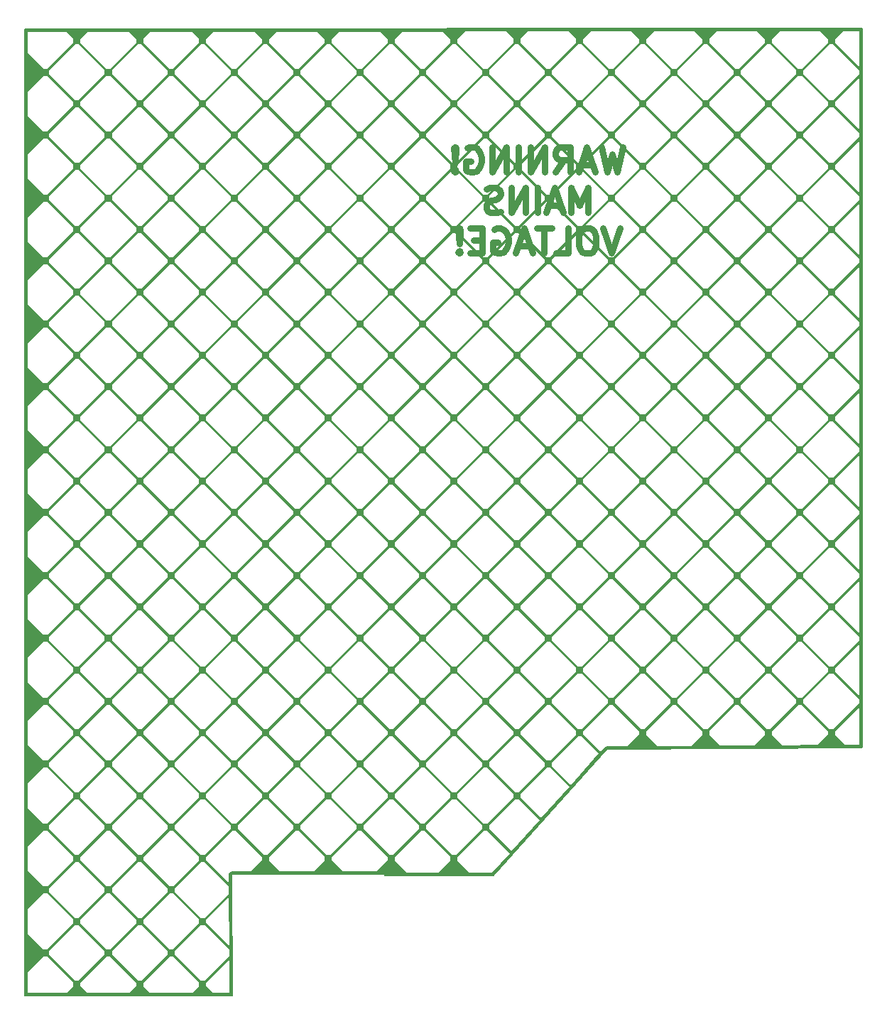
<source format=gbr>
%TF.GenerationSoftware,KiCad,Pcbnew,(6.0.5)*%
%TF.CreationDate,2022-06-11T16:02:27+01:00*%
%TF.ProjectId,heating-controller-esp32,68656174-696e-4672-9d63-6f6e74726f6c,rev?*%
%TF.SameCoordinates,Original*%
%TF.FileFunction,Legend,Bot*%
%TF.FilePolarity,Positive*%
%FSLAX46Y46*%
G04 Gerber Fmt 4.6, Leading zero omitted, Abs format (unit mm)*
G04 Created by KiCad (PCBNEW (6.0.5)) date 2022-06-11 16:02:27*
%MOMM*%
%LPD*%
G01*
G04 APERTURE LIST*
%ADD10C,0.750000*%
G04 APERTURE END LIST*
D10*
X83548857Y-43057142D02*
X82834571Y-46057142D01*
X82263142Y-43914285D01*
X81691714Y-46057142D01*
X80977428Y-43057142D01*
X79977428Y-45200000D02*
X78548857Y-45200000D01*
X80263142Y-46057142D02*
X79263142Y-43057142D01*
X78263142Y-46057142D01*
X75548857Y-46057142D02*
X76548857Y-44628571D01*
X77263142Y-46057142D02*
X77263142Y-43057142D01*
X76120285Y-43057142D01*
X75834571Y-43200000D01*
X75691714Y-43342857D01*
X75548857Y-43628571D01*
X75548857Y-44057142D01*
X75691714Y-44342857D01*
X75834571Y-44485714D01*
X76120285Y-44628571D01*
X77263142Y-44628571D01*
X74263142Y-46057142D02*
X74263142Y-43057142D01*
X72548857Y-46057142D01*
X72548857Y-43057142D01*
X71120285Y-46057142D02*
X71120285Y-43057142D01*
X69691714Y-46057142D02*
X69691714Y-43057142D01*
X67977428Y-46057142D01*
X67977428Y-43057142D01*
X64977428Y-43200000D02*
X65263142Y-43057142D01*
X65691714Y-43057142D01*
X66120285Y-43200000D01*
X66406000Y-43485714D01*
X66548857Y-43771428D01*
X66691714Y-44342857D01*
X66691714Y-44771428D01*
X66548857Y-45342857D01*
X66406000Y-45628571D01*
X66120285Y-45914285D01*
X65691714Y-46057142D01*
X65406000Y-46057142D01*
X64977428Y-45914285D01*
X64834571Y-45771428D01*
X64834571Y-44771428D01*
X65406000Y-44771428D01*
X63548857Y-45771428D02*
X63406000Y-45914285D01*
X63548857Y-46057142D01*
X63691714Y-45914285D01*
X63548857Y-45771428D01*
X63548857Y-46057142D01*
X63548857Y-44914285D02*
X63691714Y-43200000D01*
X63548857Y-43057142D01*
X63406000Y-43200000D01*
X63548857Y-44914285D01*
X63548857Y-43057142D01*
X79406000Y-50887142D02*
X79406000Y-47887142D01*
X78406000Y-50030000D01*
X77406000Y-47887142D01*
X77406000Y-50887142D01*
X76120285Y-50030000D02*
X74691714Y-50030000D01*
X76406000Y-50887142D02*
X75406000Y-47887142D01*
X74406000Y-50887142D01*
X73406000Y-50887142D02*
X73406000Y-47887142D01*
X71977428Y-50887142D02*
X71977428Y-47887142D01*
X70263142Y-50887142D01*
X70263142Y-47887142D01*
X68977428Y-50744285D02*
X68548857Y-50887142D01*
X67834571Y-50887142D01*
X67548857Y-50744285D01*
X67406000Y-50601428D01*
X67263142Y-50315714D01*
X67263142Y-50030000D01*
X67406000Y-49744285D01*
X67548857Y-49601428D01*
X67834571Y-49458571D01*
X68406000Y-49315714D01*
X68691714Y-49172857D01*
X68834571Y-49030000D01*
X68977428Y-48744285D01*
X68977428Y-48458571D01*
X68834571Y-48172857D01*
X68691714Y-48030000D01*
X68406000Y-47887142D01*
X67691714Y-47887142D01*
X67263142Y-48030000D01*
X83191714Y-52717142D02*
X82191714Y-55717142D01*
X81191714Y-52717142D01*
X79620285Y-52717142D02*
X79048857Y-52717142D01*
X78763142Y-52860000D01*
X78477428Y-53145714D01*
X78334571Y-53717142D01*
X78334571Y-54717142D01*
X78477428Y-55288571D01*
X78763142Y-55574285D01*
X79048857Y-55717142D01*
X79620285Y-55717142D01*
X79906000Y-55574285D01*
X80191714Y-55288571D01*
X80334571Y-54717142D01*
X80334571Y-53717142D01*
X80191714Y-53145714D01*
X79906000Y-52860000D01*
X79620285Y-52717142D01*
X75620285Y-55717142D02*
X77048857Y-55717142D01*
X77048857Y-52717142D01*
X75048857Y-52717142D02*
X73334571Y-52717142D01*
X74191714Y-55717142D02*
X74191714Y-52717142D01*
X72477428Y-54860000D02*
X71048857Y-54860000D01*
X72763142Y-55717142D02*
X71763142Y-52717142D01*
X70763142Y-55717142D01*
X68191714Y-52860000D02*
X68477428Y-52717142D01*
X68906000Y-52717142D01*
X69334571Y-52860000D01*
X69620285Y-53145714D01*
X69763142Y-53431428D01*
X69906000Y-54002857D01*
X69906000Y-54431428D01*
X69763142Y-55002857D01*
X69620285Y-55288571D01*
X69334571Y-55574285D01*
X68906000Y-55717142D01*
X68620285Y-55717142D01*
X68191714Y-55574285D01*
X68048857Y-55431428D01*
X68048857Y-54431428D01*
X68620285Y-54431428D01*
X66763142Y-54145714D02*
X65763142Y-54145714D01*
X65334571Y-55717142D02*
X66763142Y-55717142D01*
X66763142Y-52717142D01*
X65334571Y-52717142D01*
X64048857Y-55431428D02*
X63906000Y-55574285D01*
X64048857Y-55717142D01*
X64191714Y-55574285D01*
X64048857Y-55431428D01*
X64048857Y-55717142D01*
X64048857Y-54574285D02*
X64191714Y-52860000D01*
X64048857Y-52717142D01*
X63906000Y-52860000D01*
X64048857Y-54574285D01*
X64048857Y-52717142D01*
G36*
X112082986Y-28849076D02*
G01*
X112129547Y-28902672D01*
X112141000Y-28955160D01*
X112141000Y-114555922D01*
X112120998Y-114624043D01*
X112067342Y-114670536D01*
X112015926Y-114681919D01*
X81679116Y-114904880D01*
X81654449Y-114912321D01*
X68236556Y-129879109D01*
X68176190Y-129916478D01*
X68142738Y-129921000D01*
X55244000Y-129921000D01*
X55175879Y-129900998D01*
X55129386Y-129847342D01*
X55125360Y-129828836D01*
X55123104Y-129829498D01*
X55113525Y-129796876D01*
X55112135Y-129795671D01*
X55104452Y-129794000D01*
X36975115Y-129794000D01*
X36959876Y-129798475D01*
X36958864Y-129799643D01*
X36957121Y-129807825D01*
X37082885Y-144144895D01*
X37063481Y-144213188D01*
X37010236Y-144260150D01*
X36956890Y-144272000D01*
X12318000Y-144272000D01*
X12249879Y-144251998D01*
X12203386Y-144198342D01*
X12192000Y-144146000D01*
X12192000Y-143846000D01*
X12618000Y-143846000D01*
X17235907Y-143846000D01*
X18038608Y-143043299D01*
X18888820Y-143043299D01*
X19691521Y-143846000D01*
X24731239Y-143846000D01*
X25533940Y-143043299D01*
X26384152Y-143043299D01*
X27186853Y-143846000D01*
X32226571Y-143846000D01*
X33029272Y-143043299D01*
X33879484Y-143043299D01*
X34682185Y-143846000D01*
X36654247Y-143846000D01*
X36619410Y-139874594D01*
X33879484Y-142614520D01*
X33879484Y-143043299D01*
X33029272Y-143043299D01*
X33029272Y-142614520D01*
X29921101Y-139506350D01*
X29492323Y-139506350D01*
X26384152Y-142614520D01*
X26384152Y-143043299D01*
X25533940Y-143043299D01*
X25533940Y-142614520D01*
X22425769Y-139506350D01*
X21996991Y-139506350D01*
X18888820Y-142614520D01*
X18888820Y-143043299D01*
X18038608Y-143043299D01*
X18038608Y-142614520D01*
X14930437Y-139506350D01*
X14501659Y-139506350D01*
X12618000Y-141390008D01*
X12618000Y-143846000D01*
X12192000Y-143846000D01*
X12192000Y-139295633D01*
X15141154Y-139295633D01*
X18249325Y-142403803D01*
X18678103Y-142403803D01*
X21786274Y-139295633D01*
X22636486Y-139295633D01*
X25744657Y-142403803D01*
X26173435Y-142403803D01*
X29281606Y-139295633D01*
X30131818Y-139295633D01*
X33239989Y-142403803D01*
X33668767Y-142403803D01*
X36615746Y-139456825D01*
X36609098Y-138699014D01*
X33668767Y-135758684D01*
X33239989Y-135758684D01*
X30131818Y-138866854D01*
X30131818Y-139295633D01*
X29281606Y-139295633D01*
X29281606Y-138866854D01*
X26173435Y-135758684D01*
X25744657Y-135758684D01*
X22636486Y-138866854D01*
X22636486Y-139295633D01*
X21786274Y-139295633D01*
X21786274Y-138866854D01*
X18678103Y-135758684D01*
X18249325Y-135758684D01*
X15141154Y-138866854D01*
X15141154Y-139295633D01*
X12192000Y-139295633D01*
X12192000Y-136772479D01*
X12618000Y-136772479D01*
X14501659Y-138656137D01*
X14930437Y-138656137D01*
X18038608Y-135547967D01*
X18888820Y-135547967D01*
X21996991Y-138656137D01*
X22425769Y-138656137D01*
X25533940Y-135547967D01*
X26384152Y-135547967D01*
X29492323Y-138656137D01*
X29921101Y-138656137D01*
X33029272Y-135547967D01*
X33879484Y-135547967D01*
X36605368Y-138273850D01*
X36554233Y-132444439D01*
X33879484Y-135119188D01*
X33879484Y-135547967D01*
X33029272Y-135547967D01*
X33029272Y-135119188D01*
X29921101Y-132011018D01*
X29492323Y-132011018D01*
X26384152Y-135119188D01*
X26384152Y-135547967D01*
X25533940Y-135547967D01*
X25533940Y-135119188D01*
X22425769Y-132011018D01*
X21996991Y-132011018D01*
X18888820Y-135119188D01*
X18888820Y-135547967D01*
X18038608Y-135547967D01*
X18038608Y-135119188D01*
X14930437Y-132011018D01*
X14501659Y-132011018D01*
X12618000Y-133894676D01*
X12618000Y-136772479D01*
X12192000Y-136772479D01*
X12192000Y-131800301D01*
X15141154Y-131800301D01*
X18249325Y-134908472D01*
X18678103Y-134908472D01*
X21786274Y-131800301D01*
X22636486Y-131800301D01*
X25744657Y-134908472D01*
X26173435Y-134908472D01*
X29281606Y-131800301D01*
X30131818Y-131800301D01*
X33239989Y-134908472D01*
X33668767Y-134908472D01*
X36550569Y-132026670D01*
X36542768Y-131137352D01*
X33668767Y-128263352D01*
X33239989Y-128263352D01*
X30131818Y-131371522D01*
X30131818Y-131800301D01*
X29281606Y-131800301D01*
X29281606Y-131371522D01*
X26173435Y-128263352D01*
X25744657Y-128263352D01*
X22636486Y-131371522D01*
X22636486Y-131800301D01*
X21786274Y-131800301D01*
X21786274Y-131371522D01*
X18678103Y-128263352D01*
X18249325Y-128263352D01*
X15141154Y-131371522D01*
X15141154Y-131800301D01*
X12192000Y-131800301D01*
X12192000Y-129277147D01*
X12618000Y-129277147D01*
X14501659Y-131160806D01*
X14930437Y-131160806D01*
X18038608Y-128052635D01*
X18888820Y-128052635D01*
X21996991Y-131160806D01*
X22425769Y-131160806D01*
X25533940Y-128052635D01*
X26384152Y-128052635D01*
X29492323Y-131160806D01*
X29921101Y-131160806D01*
X33029272Y-128052635D01*
X33879484Y-128052635D01*
X36539038Y-130712189D01*
X36531017Y-129797736D01*
X36533326Y-129772592D01*
X36556150Y-129655156D01*
X36575071Y-129609193D01*
X36640103Y-129511866D01*
X36674866Y-129477103D01*
X36772193Y-129412071D01*
X36817614Y-129393257D01*
X36932419Y-129370421D01*
X36957000Y-129368000D01*
X39209239Y-129368000D01*
X40524604Y-128052635D01*
X41374816Y-128052635D01*
X42690181Y-129368000D01*
X46704571Y-129368000D01*
X48019936Y-128052635D01*
X48870148Y-128052635D01*
X50185513Y-129368000D01*
X54199902Y-129368000D01*
X55515267Y-128052635D01*
X56365480Y-128052635D01*
X57807844Y-129495000D01*
X61568235Y-129495000D01*
X63010599Y-128052635D01*
X63860812Y-128052635D01*
X65303176Y-129495000D01*
X68008783Y-129495000D01*
X70073744Y-127191670D01*
X67397761Y-124515686D01*
X66968982Y-124515686D01*
X63860812Y-127623857D01*
X63860812Y-128052635D01*
X63010599Y-128052635D01*
X63010599Y-127623857D01*
X59902429Y-124515686D01*
X59473650Y-124515686D01*
X56365480Y-127623857D01*
X56365480Y-128052635D01*
X55515267Y-128052635D01*
X55515267Y-127623857D01*
X52407097Y-124515686D01*
X51978318Y-124515686D01*
X48870148Y-127623857D01*
X48870148Y-128052635D01*
X48019936Y-128052635D01*
X48019936Y-127623857D01*
X44911765Y-124515686D01*
X44482987Y-124515686D01*
X41374816Y-127623857D01*
X41374816Y-128052635D01*
X40524604Y-128052635D01*
X40524604Y-127623857D01*
X37416433Y-124515686D01*
X36987655Y-124515686D01*
X33879484Y-127623857D01*
X33879484Y-128052635D01*
X33029272Y-128052635D01*
X33029272Y-127623857D01*
X29921101Y-124515686D01*
X29492323Y-124515686D01*
X26384152Y-127623857D01*
X26384152Y-128052635D01*
X25533940Y-128052635D01*
X25533940Y-127623857D01*
X22425769Y-124515686D01*
X21996991Y-124515686D01*
X18888820Y-127623857D01*
X18888820Y-128052635D01*
X18038608Y-128052635D01*
X18038608Y-127623857D01*
X14930437Y-124515686D01*
X14501659Y-124515686D01*
X12618000Y-126399345D01*
X12618000Y-129277147D01*
X12192000Y-129277147D01*
X12192000Y-124304969D01*
X15141154Y-124304969D01*
X18249325Y-127413140D01*
X18678103Y-127413140D01*
X21786274Y-124304969D01*
X22636486Y-124304969D01*
X25744657Y-127413140D01*
X26173435Y-127413140D01*
X29281606Y-124304969D01*
X30131818Y-124304969D01*
X33239989Y-127413140D01*
X33668767Y-127413140D01*
X36776938Y-124304969D01*
X37627150Y-124304969D01*
X40735321Y-127413140D01*
X41164099Y-127413140D01*
X44272270Y-124304969D01*
X45122482Y-124304969D01*
X48230652Y-127413140D01*
X48659431Y-127413140D01*
X51767601Y-124304969D01*
X52617814Y-124304969D01*
X55725984Y-127413140D01*
X56154763Y-127413140D01*
X59262933Y-124304969D01*
X60113146Y-124304969D01*
X63221316Y-127413140D01*
X63650095Y-127413140D01*
X66758265Y-124304969D01*
X67608478Y-124304969D01*
X70272963Y-126969455D01*
X73616907Y-123239501D01*
X71145427Y-120768020D01*
X70716648Y-120768020D01*
X67608478Y-123876191D01*
X67608478Y-124304969D01*
X66758265Y-124304969D01*
X66758265Y-123876191D01*
X63650095Y-120768020D01*
X63221316Y-120768020D01*
X60113146Y-123876191D01*
X60113146Y-124304969D01*
X59262933Y-124304969D01*
X59262933Y-123876191D01*
X56154763Y-120768020D01*
X55725984Y-120768020D01*
X52617814Y-123876191D01*
X52617814Y-124304969D01*
X51767601Y-124304969D01*
X51767601Y-123876191D01*
X48659431Y-120768020D01*
X48230652Y-120768020D01*
X45122482Y-123876191D01*
X45122482Y-124304969D01*
X44272270Y-124304969D01*
X44272270Y-123876191D01*
X41164099Y-120768020D01*
X40735321Y-120768020D01*
X37627150Y-123876191D01*
X37627150Y-124304969D01*
X36776938Y-124304969D01*
X36776938Y-123876191D01*
X33668767Y-120768020D01*
X33239989Y-120768020D01*
X30131818Y-123876191D01*
X30131818Y-124304969D01*
X29281606Y-124304969D01*
X29281606Y-123876191D01*
X26173435Y-120768020D01*
X25744657Y-120768020D01*
X22636486Y-123876191D01*
X22636486Y-124304969D01*
X21786274Y-124304969D01*
X21786274Y-123876191D01*
X18678103Y-120768020D01*
X18249325Y-120768020D01*
X15141154Y-123876191D01*
X15141154Y-124304969D01*
X12192000Y-124304969D01*
X12192000Y-121781815D01*
X12618000Y-121781815D01*
X14501659Y-123665474D01*
X14930437Y-123665474D01*
X18038608Y-120557303D01*
X18888820Y-120557303D01*
X21996991Y-123665474D01*
X22425769Y-123665474D01*
X25533940Y-120557303D01*
X26384152Y-120557303D01*
X29492323Y-123665474D01*
X29921101Y-123665474D01*
X33029272Y-120557303D01*
X33879484Y-120557303D01*
X36987655Y-123665474D01*
X37416433Y-123665474D01*
X40524604Y-120557303D01*
X41374816Y-120557303D01*
X44482987Y-123665474D01*
X44911765Y-123665474D01*
X48019936Y-120557303D01*
X48870148Y-120557303D01*
X51978318Y-123665474D01*
X52407097Y-123665474D01*
X55515267Y-120557303D01*
X56365480Y-120557303D01*
X59473650Y-123665474D01*
X59902429Y-123665474D01*
X63010599Y-120557303D01*
X63860812Y-120557303D01*
X66968982Y-123665474D01*
X67397761Y-123665474D01*
X70505931Y-120557303D01*
X71356144Y-120557303D01*
X73816126Y-123017285D01*
X77160070Y-119287332D01*
X74893093Y-117020354D01*
X74464314Y-117020354D01*
X71356144Y-120128525D01*
X71356144Y-120557303D01*
X70505931Y-120557303D01*
X70505931Y-120128525D01*
X67397761Y-117020354D01*
X66968982Y-117020354D01*
X63860812Y-120128525D01*
X63860812Y-120557303D01*
X63010599Y-120557303D01*
X63010599Y-120128525D01*
X59902429Y-117020354D01*
X59473650Y-117020354D01*
X56365480Y-120128525D01*
X56365480Y-120557303D01*
X55515267Y-120557303D01*
X55515267Y-120128525D01*
X52407097Y-117020354D01*
X51978318Y-117020354D01*
X48870148Y-120128525D01*
X48870148Y-120557303D01*
X48019936Y-120557303D01*
X48019936Y-120128525D01*
X44911765Y-117020354D01*
X44482987Y-117020354D01*
X41374816Y-120128525D01*
X41374816Y-120557303D01*
X40524604Y-120557303D01*
X40524604Y-120128525D01*
X37416433Y-117020354D01*
X36987655Y-117020354D01*
X33879484Y-120128525D01*
X33879484Y-120557303D01*
X33029272Y-120557303D01*
X33029272Y-120128525D01*
X29921101Y-117020354D01*
X29492323Y-117020354D01*
X26384152Y-120128525D01*
X26384152Y-120557303D01*
X25533940Y-120557303D01*
X25533940Y-120128525D01*
X22425769Y-117020354D01*
X21996991Y-117020354D01*
X18888820Y-120128525D01*
X18888820Y-120557303D01*
X18038608Y-120557303D01*
X18038608Y-120128525D01*
X14930437Y-117020354D01*
X14501659Y-117020354D01*
X12618000Y-118904013D01*
X12618000Y-121781815D01*
X12192000Y-121781815D01*
X12192000Y-116809637D01*
X15141154Y-116809637D01*
X18249325Y-119917808D01*
X18678103Y-119917808D01*
X21786274Y-116809637D01*
X22636486Y-116809637D01*
X25744657Y-119917808D01*
X26173435Y-119917808D01*
X29281606Y-116809637D01*
X30131818Y-116809637D01*
X33239989Y-119917808D01*
X33668767Y-119917808D01*
X36776938Y-116809637D01*
X37627150Y-116809637D01*
X40735321Y-119917808D01*
X41164099Y-119917808D01*
X44272270Y-116809637D01*
X45122482Y-116809637D01*
X48230652Y-119917808D01*
X48659431Y-119917808D01*
X51767601Y-116809637D01*
X52617814Y-116809637D01*
X55725984Y-119917808D01*
X56154763Y-119917808D01*
X59262933Y-116809637D01*
X60113146Y-116809637D01*
X63221316Y-119917808D01*
X63650095Y-119917808D01*
X66758265Y-116809637D01*
X67608478Y-116809637D01*
X70716648Y-119917808D01*
X71145427Y-119917808D01*
X74253597Y-116809637D01*
X75103809Y-116809637D01*
X77359289Y-119065117D01*
X80703233Y-115335163D01*
X78640758Y-113272688D01*
X78211980Y-113272688D01*
X75103809Y-116380859D01*
X75103809Y-116809637D01*
X74253597Y-116809637D01*
X74253597Y-116380859D01*
X71145427Y-113272688D01*
X70716648Y-113272688D01*
X67608478Y-116380859D01*
X67608478Y-116809637D01*
X66758265Y-116809637D01*
X66758265Y-116380859D01*
X63650095Y-113272688D01*
X63221316Y-113272688D01*
X60113146Y-116380859D01*
X60113146Y-116809637D01*
X59262933Y-116809637D01*
X59262933Y-116380859D01*
X56154763Y-113272688D01*
X55725984Y-113272688D01*
X52617814Y-116380859D01*
X52617814Y-116809637D01*
X51767601Y-116809637D01*
X51767601Y-116380859D01*
X48659431Y-113272688D01*
X48230652Y-113272688D01*
X45122482Y-116380859D01*
X45122482Y-116809637D01*
X44272270Y-116809637D01*
X44272270Y-116380859D01*
X41164099Y-113272688D01*
X40735321Y-113272688D01*
X37627150Y-116380859D01*
X37627150Y-116809637D01*
X36776938Y-116809637D01*
X36776938Y-116380859D01*
X33668767Y-113272688D01*
X33239989Y-113272688D01*
X30131818Y-116380859D01*
X30131818Y-116809637D01*
X29281606Y-116809637D01*
X29281606Y-116380859D01*
X26173435Y-113272688D01*
X25744657Y-113272688D01*
X22636486Y-116380859D01*
X22636486Y-116809637D01*
X21786274Y-116809637D01*
X21786274Y-116380859D01*
X18678103Y-113272688D01*
X18249325Y-113272688D01*
X15141154Y-116380859D01*
X15141154Y-116809637D01*
X12192000Y-116809637D01*
X12192000Y-114286483D01*
X12618000Y-114286483D01*
X14501659Y-116170142D01*
X14930437Y-116170142D01*
X18038608Y-113061971D01*
X18888820Y-113061971D01*
X21996991Y-116170142D01*
X22425769Y-116170142D01*
X25533940Y-113061971D01*
X26384152Y-113061971D01*
X29492323Y-116170142D01*
X29921101Y-116170142D01*
X33029272Y-113061971D01*
X33879484Y-113061971D01*
X36987655Y-116170142D01*
X37416433Y-116170142D01*
X40524604Y-113061971D01*
X41374816Y-113061971D01*
X44482987Y-116170142D01*
X44911765Y-116170142D01*
X48019936Y-113061971D01*
X48870148Y-113061971D01*
X51978318Y-116170142D01*
X52407097Y-116170142D01*
X55515267Y-113061971D01*
X56365480Y-113061971D01*
X59473650Y-116170142D01*
X59902429Y-116170142D01*
X63010599Y-113061971D01*
X63860812Y-113061971D01*
X66968982Y-116170142D01*
X67397761Y-116170142D01*
X70505931Y-113061971D01*
X71356144Y-113061971D01*
X74464314Y-116170142D01*
X74893093Y-116170142D01*
X78001263Y-113061971D01*
X78851475Y-113061971D01*
X80902453Y-115112949D01*
X81343807Y-114620647D01*
X81345816Y-114618459D01*
X81355506Y-114608150D01*
X81376544Y-114590199D01*
X81473390Y-114524453D01*
X81518672Y-114505305D01*
X81633306Y-114481626D01*
X81657869Y-114479024D01*
X84097471Y-114461095D01*
X85496595Y-113061971D01*
X86346807Y-113061971D01*
X87719311Y-114434475D01*
X91648298Y-114405600D01*
X92991927Y-113061971D01*
X93842139Y-113061971D01*
X95159958Y-114379790D01*
X99199125Y-114350105D01*
X100487259Y-113061971D01*
X101337471Y-113061971D01*
X102600605Y-114325105D01*
X106749952Y-114294610D01*
X107982591Y-113061971D01*
X108832803Y-113061971D01*
X110041251Y-114270420D01*
X111715000Y-114258119D01*
X111715000Y-109750995D01*
X108832803Y-112633193D01*
X108832803Y-113061971D01*
X107982591Y-113061971D01*
X107982591Y-112633193D01*
X104874420Y-109525022D01*
X104445642Y-109525022D01*
X101337471Y-112633193D01*
X101337471Y-113061971D01*
X100487259Y-113061971D01*
X100487259Y-112633193D01*
X97379088Y-109525022D01*
X96950310Y-109525022D01*
X93842139Y-112633193D01*
X93842139Y-113061971D01*
X92991927Y-113061971D01*
X92991927Y-112633193D01*
X89883756Y-109525022D01*
X89454978Y-109525022D01*
X86346807Y-112633193D01*
X86346807Y-113061971D01*
X85496595Y-113061971D01*
X85496595Y-112633193D01*
X82388424Y-109525022D01*
X81959646Y-109525022D01*
X78851475Y-112633193D01*
X78851475Y-113061971D01*
X78001263Y-113061971D01*
X78001263Y-112633193D01*
X74893093Y-109525022D01*
X74464314Y-109525022D01*
X71356144Y-112633193D01*
X71356144Y-113061971D01*
X70505931Y-113061971D01*
X70505931Y-112633193D01*
X67397761Y-109525022D01*
X66968982Y-109525022D01*
X63860812Y-112633193D01*
X63860812Y-113061971D01*
X63010599Y-113061971D01*
X63010599Y-112633193D01*
X59902429Y-109525022D01*
X59473650Y-109525022D01*
X56365480Y-112633193D01*
X56365480Y-113061971D01*
X55515267Y-113061971D01*
X55515267Y-112633193D01*
X52407097Y-109525022D01*
X51978318Y-109525022D01*
X48870148Y-112633193D01*
X48870148Y-113061971D01*
X48019936Y-113061971D01*
X48019936Y-112633193D01*
X44911765Y-109525022D01*
X44482987Y-109525022D01*
X41374816Y-112633193D01*
X41374816Y-113061971D01*
X40524604Y-113061971D01*
X40524604Y-112633193D01*
X37416433Y-109525022D01*
X36987655Y-109525022D01*
X33879484Y-112633193D01*
X33879484Y-113061971D01*
X33029272Y-113061971D01*
X33029272Y-112633193D01*
X29921101Y-109525022D01*
X29492323Y-109525022D01*
X26384152Y-112633193D01*
X26384152Y-113061971D01*
X25533940Y-113061971D01*
X25533940Y-112633193D01*
X22425769Y-109525022D01*
X21996991Y-109525022D01*
X18888820Y-112633193D01*
X18888820Y-113061971D01*
X18038608Y-113061971D01*
X18038608Y-112633193D01*
X14930437Y-109525022D01*
X14501659Y-109525022D01*
X12618000Y-111408681D01*
X12618000Y-114286483D01*
X12192000Y-114286483D01*
X12192000Y-109314305D01*
X15141154Y-109314305D01*
X18249325Y-112422476D01*
X18678103Y-112422476D01*
X21786274Y-109314305D01*
X22636486Y-109314305D01*
X25744657Y-112422476D01*
X26173435Y-112422476D01*
X29281606Y-109314305D01*
X30131818Y-109314305D01*
X33239989Y-112422476D01*
X33668767Y-112422476D01*
X36776938Y-109314305D01*
X37627150Y-109314305D01*
X40735321Y-112422476D01*
X41164099Y-112422476D01*
X44272270Y-109314305D01*
X45122482Y-109314305D01*
X48230652Y-112422476D01*
X48659431Y-112422476D01*
X51767601Y-109314305D01*
X52617814Y-109314305D01*
X55725984Y-112422476D01*
X56154763Y-112422476D01*
X59262933Y-109314305D01*
X60113146Y-109314305D01*
X63221316Y-112422476D01*
X63650095Y-112422476D01*
X66758265Y-109314305D01*
X67608478Y-109314305D01*
X70716648Y-112422476D01*
X71145427Y-112422476D01*
X74253597Y-109314305D01*
X75103809Y-109314305D01*
X78211980Y-112422476D01*
X78640758Y-112422476D01*
X81748929Y-109314305D01*
X82599141Y-109314305D01*
X85707312Y-112422476D01*
X86136090Y-112422476D01*
X89244261Y-109314305D01*
X90094473Y-109314305D01*
X93202644Y-112422476D01*
X93631422Y-112422476D01*
X96739593Y-109314305D01*
X97589805Y-109314305D01*
X100697976Y-112422476D01*
X101126754Y-112422476D01*
X104234925Y-109314305D01*
X105085137Y-109314305D01*
X108193307Y-112422476D01*
X108622086Y-112422476D01*
X111715000Y-109329562D01*
X111715000Y-108870270D01*
X108622086Y-105777356D01*
X108193307Y-105777356D01*
X105085137Y-108885527D01*
X105085137Y-109314305D01*
X104234925Y-109314305D01*
X104234925Y-108885527D01*
X101126754Y-105777356D01*
X100697976Y-105777356D01*
X97589805Y-108885527D01*
X97589805Y-109314305D01*
X96739593Y-109314305D01*
X96739593Y-108885527D01*
X93631422Y-105777356D01*
X93202644Y-105777356D01*
X90094473Y-108885527D01*
X90094473Y-109314305D01*
X89244261Y-109314305D01*
X89244261Y-108885527D01*
X86136090Y-105777356D01*
X85707312Y-105777356D01*
X82599141Y-108885527D01*
X82599141Y-109314305D01*
X81748929Y-109314305D01*
X81748929Y-108885527D01*
X78640758Y-105777356D01*
X78211980Y-105777356D01*
X75103809Y-108885527D01*
X75103809Y-109314305D01*
X74253597Y-109314305D01*
X74253597Y-108885527D01*
X71145427Y-105777356D01*
X70716648Y-105777356D01*
X67608478Y-108885527D01*
X67608478Y-109314305D01*
X66758265Y-109314305D01*
X66758265Y-108885527D01*
X63650095Y-105777356D01*
X63221316Y-105777356D01*
X60113146Y-108885527D01*
X60113146Y-109314305D01*
X59262933Y-109314305D01*
X59262933Y-108885527D01*
X56154763Y-105777356D01*
X55725984Y-105777356D01*
X52617814Y-108885527D01*
X52617814Y-109314305D01*
X51767601Y-109314305D01*
X51767601Y-108885527D01*
X48659431Y-105777356D01*
X48230652Y-105777356D01*
X45122482Y-108885527D01*
X45122482Y-109314305D01*
X44272270Y-109314305D01*
X44272270Y-108885527D01*
X41164099Y-105777356D01*
X40735321Y-105777356D01*
X37627150Y-108885527D01*
X37627150Y-109314305D01*
X36776938Y-109314305D01*
X36776938Y-108885527D01*
X33668767Y-105777356D01*
X33239989Y-105777356D01*
X30131818Y-108885527D01*
X30131818Y-109314305D01*
X29281606Y-109314305D01*
X29281606Y-108885527D01*
X26173435Y-105777356D01*
X25744657Y-105777356D01*
X22636486Y-108885527D01*
X22636486Y-109314305D01*
X21786274Y-109314305D01*
X21786274Y-108885527D01*
X18678103Y-105777356D01*
X18249325Y-105777356D01*
X15141154Y-108885527D01*
X15141154Y-109314305D01*
X12192000Y-109314305D01*
X12192000Y-106791151D01*
X12618000Y-106791151D01*
X14501659Y-108674810D01*
X14930437Y-108674810D01*
X18038608Y-105566639D01*
X18888820Y-105566639D01*
X21996991Y-108674810D01*
X22425769Y-108674810D01*
X25533940Y-105566639D01*
X26384152Y-105566639D01*
X29492323Y-108674810D01*
X29921101Y-108674810D01*
X33029272Y-105566639D01*
X33879484Y-105566639D01*
X36987655Y-108674810D01*
X37416433Y-108674810D01*
X40524604Y-105566639D01*
X41374816Y-105566639D01*
X44482987Y-108674810D01*
X44911765Y-108674810D01*
X48019936Y-105566639D01*
X48870148Y-105566639D01*
X51978318Y-108674810D01*
X52407097Y-108674810D01*
X55515267Y-105566639D01*
X56365480Y-105566639D01*
X59473650Y-108674810D01*
X59902429Y-108674810D01*
X63010599Y-105566639D01*
X63860812Y-105566639D01*
X66968982Y-108674810D01*
X67397761Y-108674810D01*
X70505931Y-105566639D01*
X71356144Y-105566639D01*
X74464314Y-108674810D01*
X74893093Y-108674810D01*
X78001263Y-105566639D01*
X78851475Y-105566639D01*
X81959646Y-108674810D01*
X82388424Y-108674810D01*
X85496595Y-105566639D01*
X86346807Y-105566639D01*
X89454978Y-108674810D01*
X89883756Y-108674810D01*
X92991927Y-105566639D01*
X93842139Y-105566639D01*
X96950310Y-108674810D01*
X97379088Y-108674810D01*
X100487259Y-105566639D01*
X101337471Y-105566639D01*
X104445642Y-108674810D01*
X104874420Y-108674810D01*
X107982591Y-105566639D01*
X108832803Y-105566639D01*
X111715000Y-108448837D01*
X111715000Y-102255663D01*
X108832803Y-105137861D01*
X108832803Y-105566639D01*
X107982591Y-105566639D01*
X107982591Y-105137861D01*
X104874420Y-102029690D01*
X104445642Y-102029690D01*
X101337471Y-105137861D01*
X101337471Y-105566639D01*
X100487259Y-105566639D01*
X100487259Y-105137861D01*
X97379088Y-102029690D01*
X96950310Y-102029690D01*
X93842139Y-105137861D01*
X93842139Y-105566639D01*
X92991927Y-105566639D01*
X92991927Y-105137861D01*
X89883756Y-102029690D01*
X89454978Y-102029690D01*
X86346807Y-105137861D01*
X86346807Y-105566639D01*
X85496595Y-105566639D01*
X85496595Y-105137861D01*
X82388424Y-102029690D01*
X81959646Y-102029690D01*
X78851475Y-105137861D01*
X78851475Y-105566639D01*
X78001263Y-105566639D01*
X78001263Y-105137861D01*
X74893093Y-102029690D01*
X74464314Y-102029690D01*
X71356144Y-105137861D01*
X71356144Y-105566639D01*
X70505931Y-105566639D01*
X70505931Y-105137861D01*
X67397761Y-102029690D01*
X66968982Y-102029690D01*
X63860812Y-105137861D01*
X63860812Y-105566639D01*
X63010599Y-105566639D01*
X63010599Y-105137861D01*
X59902429Y-102029690D01*
X59473650Y-102029690D01*
X56365480Y-105137861D01*
X56365480Y-105566639D01*
X55515267Y-105566639D01*
X55515267Y-105137861D01*
X52407097Y-102029690D01*
X51978318Y-102029690D01*
X48870148Y-105137861D01*
X48870148Y-105566639D01*
X48019936Y-105566639D01*
X48019936Y-105137861D01*
X44911765Y-102029690D01*
X44482987Y-102029690D01*
X41374816Y-105137861D01*
X41374816Y-105566639D01*
X40524604Y-105566639D01*
X40524604Y-105137861D01*
X37416433Y-102029690D01*
X36987655Y-102029690D01*
X33879484Y-105137861D01*
X33879484Y-105566639D01*
X33029272Y-105566639D01*
X33029272Y-105137861D01*
X29921101Y-102029690D01*
X29492323Y-102029690D01*
X26384152Y-105137861D01*
X26384152Y-105566639D01*
X25533940Y-105566639D01*
X25533940Y-105137861D01*
X22425769Y-102029690D01*
X21996991Y-102029690D01*
X18888820Y-105137861D01*
X18888820Y-105566639D01*
X18038608Y-105566639D01*
X18038608Y-105137861D01*
X14930437Y-102029690D01*
X14501659Y-102029690D01*
X12618000Y-103913349D01*
X12618000Y-106791151D01*
X12192000Y-106791151D01*
X12192000Y-101818973D01*
X15141154Y-101818973D01*
X18249325Y-104927144D01*
X18678103Y-104927144D01*
X21786274Y-101818973D01*
X22636486Y-101818973D01*
X25744657Y-104927144D01*
X26173435Y-104927144D01*
X29281606Y-101818973D01*
X30131818Y-101818973D01*
X33239989Y-104927144D01*
X33668767Y-104927144D01*
X36776938Y-101818973D01*
X37627150Y-101818973D01*
X40735321Y-104927144D01*
X41164099Y-104927144D01*
X44272270Y-101818973D01*
X45122482Y-101818973D01*
X48230652Y-104927144D01*
X48659431Y-104927144D01*
X51767601Y-101818973D01*
X52617814Y-101818973D01*
X55725984Y-104927144D01*
X56154763Y-104927144D01*
X59262933Y-101818973D01*
X60113146Y-101818973D01*
X63221316Y-104927144D01*
X63650095Y-104927144D01*
X66758265Y-101818973D01*
X67608478Y-101818973D01*
X70716648Y-104927144D01*
X71145427Y-104927144D01*
X74253597Y-101818973D01*
X75103809Y-101818973D01*
X78211980Y-104927144D01*
X78640758Y-104927144D01*
X81748929Y-101818973D01*
X82599141Y-101818973D01*
X85707312Y-104927144D01*
X86136090Y-104927144D01*
X89244261Y-101818973D01*
X90094473Y-101818973D01*
X93202644Y-104927144D01*
X93631422Y-104927144D01*
X96739593Y-101818973D01*
X97589805Y-101818973D01*
X100697976Y-104927144D01*
X101126754Y-104927144D01*
X104234925Y-101818973D01*
X105085137Y-101818973D01*
X108193307Y-104927144D01*
X108622086Y-104927144D01*
X111715000Y-101834230D01*
X111715000Y-101374938D01*
X108622086Y-98282024D01*
X108193307Y-98282024D01*
X105085137Y-101390195D01*
X105085137Y-101818973D01*
X104234925Y-101818973D01*
X104234925Y-101390195D01*
X101126754Y-98282024D01*
X100697976Y-98282024D01*
X97589805Y-101390195D01*
X97589805Y-101818973D01*
X96739593Y-101818973D01*
X96739593Y-101390195D01*
X93631422Y-98282024D01*
X93202644Y-98282024D01*
X90094473Y-101390195D01*
X90094473Y-101818973D01*
X89244261Y-101818973D01*
X89244261Y-101390195D01*
X86136090Y-98282024D01*
X85707312Y-98282024D01*
X82599141Y-101390195D01*
X82599141Y-101818973D01*
X81748929Y-101818973D01*
X81748929Y-101390195D01*
X78640758Y-98282024D01*
X78211980Y-98282024D01*
X75103809Y-101390195D01*
X75103809Y-101818973D01*
X74253597Y-101818973D01*
X74253597Y-101390195D01*
X71145427Y-98282024D01*
X70716648Y-98282024D01*
X67608478Y-101390195D01*
X67608478Y-101818973D01*
X66758265Y-101818973D01*
X66758265Y-101390195D01*
X63650095Y-98282024D01*
X63221316Y-98282024D01*
X60113146Y-101390195D01*
X60113146Y-101818973D01*
X59262933Y-101818973D01*
X59262933Y-101390195D01*
X56154763Y-98282024D01*
X55725984Y-98282024D01*
X52617814Y-101390195D01*
X52617814Y-101818973D01*
X51767601Y-101818973D01*
X51767601Y-101390195D01*
X48659431Y-98282024D01*
X48230652Y-98282024D01*
X45122482Y-101390195D01*
X45122482Y-101818973D01*
X44272270Y-101818973D01*
X44272270Y-101390195D01*
X41164099Y-98282024D01*
X40735321Y-98282024D01*
X37627150Y-101390195D01*
X37627150Y-101818973D01*
X36776938Y-101818973D01*
X36776938Y-101390195D01*
X33668767Y-98282024D01*
X33239989Y-98282024D01*
X30131818Y-101390195D01*
X30131818Y-101818973D01*
X29281606Y-101818973D01*
X29281606Y-101390195D01*
X26173435Y-98282024D01*
X25744657Y-98282024D01*
X22636486Y-101390195D01*
X22636486Y-101818973D01*
X21786274Y-101818973D01*
X21786274Y-101390195D01*
X18678103Y-98282024D01*
X18249325Y-98282024D01*
X15141154Y-101390195D01*
X15141154Y-101818973D01*
X12192000Y-101818973D01*
X12192000Y-99295820D01*
X12618000Y-99295820D01*
X14501659Y-101179478D01*
X14930437Y-101179478D01*
X18038608Y-98071308D01*
X18888820Y-98071308D01*
X21996991Y-101179478D01*
X22425769Y-101179478D01*
X25533940Y-98071308D01*
X26384152Y-98071308D01*
X29492323Y-101179478D01*
X29921101Y-101179478D01*
X33029272Y-98071308D01*
X33879484Y-98071308D01*
X36987655Y-101179478D01*
X37416433Y-101179478D01*
X40524604Y-98071308D01*
X41374816Y-98071308D01*
X44482987Y-101179478D01*
X44911765Y-101179478D01*
X48019936Y-98071308D01*
X48870148Y-98071308D01*
X51978318Y-101179478D01*
X52407097Y-101179478D01*
X55515267Y-98071308D01*
X56365480Y-98071308D01*
X59473650Y-101179478D01*
X59902429Y-101179478D01*
X63010599Y-98071308D01*
X63860812Y-98071308D01*
X66968982Y-101179478D01*
X67397761Y-101179478D01*
X70505931Y-98071308D01*
X71356144Y-98071308D01*
X74464314Y-101179478D01*
X74893093Y-101179478D01*
X78001263Y-98071308D01*
X78851475Y-98071308D01*
X81959646Y-101179478D01*
X82388424Y-101179478D01*
X85496595Y-98071308D01*
X86346807Y-98071308D01*
X89454978Y-101179478D01*
X89883756Y-101179478D01*
X92991927Y-98071308D01*
X93842139Y-98071308D01*
X96950310Y-101179478D01*
X97379088Y-101179478D01*
X100487259Y-98071308D01*
X101337471Y-98071308D01*
X104445642Y-101179478D01*
X104874420Y-101179478D01*
X107982591Y-98071308D01*
X108832803Y-98071308D01*
X111715000Y-100953505D01*
X111715000Y-94760332D01*
X108832803Y-97642529D01*
X108832803Y-98071308D01*
X107982591Y-98071308D01*
X107982591Y-97642529D01*
X104874420Y-94534359D01*
X104445642Y-94534359D01*
X101337471Y-97642529D01*
X101337471Y-98071308D01*
X100487259Y-98071308D01*
X100487259Y-97642529D01*
X97379088Y-94534359D01*
X96950310Y-94534359D01*
X93842139Y-97642529D01*
X93842139Y-98071308D01*
X92991927Y-98071308D01*
X92991927Y-97642529D01*
X89883756Y-94534359D01*
X89454978Y-94534359D01*
X86346807Y-97642529D01*
X86346807Y-98071308D01*
X85496595Y-98071308D01*
X85496595Y-97642529D01*
X82388424Y-94534359D01*
X81959646Y-94534359D01*
X78851475Y-97642529D01*
X78851475Y-98071308D01*
X78001263Y-98071308D01*
X78001263Y-97642529D01*
X74893093Y-94534359D01*
X74464314Y-94534359D01*
X71356144Y-97642529D01*
X71356144Y-98071308D01*
X70505931Y-98071308D01*
X70505931Y-97642529D01*
X67397761Y-94534359D01*
X66968982Y-94534359D01*
X63860812Y-97642529D01*
X63860812Y-98071308D01*
X63010599Y-98071308D01*
X63010599Y-97642529D01*
X59902429Y-94534359D01*
X59473650Y-94534359D01*
X56365480Y-97642529D01*
X56365480Y-98071308D01*
X55515267Y-98071308D01*
X55515267Y-97642529D01*
X52407097Y-94534359D01*
X51978318Y-94534359D01*
X48870148Y-97642529D01*
X48870148Y-98071308D01*
X48019936Y-98071308D01*
X48019936Y-97642529D01*
X44911765Y-94534359D01*
X44482987Y-94534359D01*
X41374816Y-97642529D01*
X41374816Y-98071308D01*
X40524604Y-98071308D01*
X40524604Y-97642529D01*
X37416433Y-94534359D01*
X36987655Y-94534359D01*
X33879484Y-97642529D01*
X33879484Y-98071308D01*
X33029272Y-98071308D01*
X33029272Y-97642529D01*
X29921101Y-94534359D01*
X29492323Y-94534359D01*
X26384152Y-97642529D01*
X26384152Y-98071308D01*
X25533940Y-98071308D01*
X25533940Y-97642529D01*
X22425769Y-94534359D01*
X21996991Y-94534359D01*
X18888820Y-97642529D01*
X18888820Y-98071308D01*
X18038608Y-98071308D01*
X18038608Y-97642529D01*
X14930437Y-94534359D01*
X14501659Y-94534359D01*
X12618000Y-96418017D01*
X12618000Y-99295820D01*
X12192000Y-99295820D01*
X12192000Y-94323642D01*
X15141154Y-94323642D01*
X18249325Y-97431812D01*
X18678103Y-97431812D01*
X21786274Y-94323642D01*
X22636486Y-94323642D01*
X25744657Y-97431812D01*
X26173435Y-97431812D01*
X29281606Y-94323642D01*
X30131818Y-94323642D01*
X33239989Y-97431812D01*
X33668767Y-97431812D01*
X36776938Y-94323642D01*
X37627150Y-94323642D01*
X40735321Y-97431812D01*
X41164099Y-97431812D01*
X44272270Y-94323642D01*
X45122482Y-94323642D01*
X48230652Y-97431812D01*
X48659431Y-97431812D01*
X51767601Y-94323642D01*
X52617814Y-94323642D01*
X55725984Y-97431812D01*
X56154763Y-97431812D01*
X59262933Y-94323642D01*
X60113146Y-94323642D01*
X63221316Y-97431812D01*
X63650095Y-97431812D01*
X66758265Y-94323642D01*
X67608478Y-94323642D01*
X70716648Y-97431812D01*
X71145427Y-97431812D01*
X74253597Y-94323642D01*
X75103809Y-94323642D01*
X78211980Y-97431812D01*
X78640758Y-97431812D01*
X81748929Y-94323642D01*
X82599141Y-94323642D01*
X85707312Y-97431812D01*
X86136090Y-97431812D01*
X89244261Y-94323642D01*
X90094473Y-94323642D01*
X93202644Y-97431812D01*
X93631422Y-97431812D01*
X96739593Y-94323642D01*
X97589805Y-94323642D01*
X100697976Y-97431812D01*
X101126754Y-97431812D01*
X104234925Y-94323642D01*
X105085137Y-94323642D01*
X108193307Y-97431812D01*
X108622086Y-97431812D01*
X111715000Y-94338899D01*
X111715000Y-93879606D01*
X108622086Y-90786693D01*
X108193307Y-90786693D01*
X105085137Y-93894863D01*
X105085137Y-94323642D01*
X104234925Y-94323642D01*
X104234925Y-93894863D01*
X101126754Y-90786693D01*
X100697976Y-90786693D01*
X97589805Y-93894863D01*
X97589805Y-94323642D01*
X96739593Y-94323642D01*
X96739593Y-93894863D01*
X93631422Y-90786693D01*
X93202644Y-90786693D01*
X90094473Y-93894863D01*
X90094473Y-94323642D01*
X89244261Y-94323642D01*
X89244261Y-93894863D01*
X86136090Y-90786693D01*
X85707312Y-90786693D01*
X82599141Y-93894863D01*
X82599141Y-94323642D01*
X81748929Y-94323642D01*
X81748929Y-93894863D01*
X78640758Y-90786693D01*
X78211980Y-90786693D01*
X75103809Y-93894863D01*
X75103809Y-94323642D01*
X74253597Y-94323642D01*
X74253597Y-93894863D01*
X71145427Y-90786693D01*
X70716648Y-90786693D01*
X67608478Y-93894863D01*
X67608478Y-94323642D01*
X66758265Y-94323642D01*
X66758265Y-93894863D01*
X63650095Y-90786693D01*
X63221316Y-90786693D01*
X60113146Y-93894863D01*
X60113146Y-94323642D01*
X59262933Y-94323642D01*
X59262933Y-93894863D01*
X56154763Y-90786693D01*
X55725984Y-90786693D01*
X52617814Y-93894863D01*
X52617814Y-94323642D01*
X51767601Y-94323642D01*
X51767601Y-93894863D01*
X48659431Y-90786693D01*
X48230652Y-90786693D01*
X45122482Y-93894863D01*
X45122482Y-94323642D01*
X44272270Y-94323642D01*
X44272270Y-93894863D01*
X41164099Y-90786693D01*
X40735321Y-90786693D01*
X37627150Y-93894863D01*
X37627150Y-94323642D01*
X36776938Y-94323642D01*
X36776938Y-93894863D01*
X33668767Y-90786693D01*
X33239989Y-90786693D01*
X30131818Y-93894863D01*
X30131818Y-94323642D01*
X29281606Y-94323642D01*
X29281606Y-93894863D01*
X26173435Y-90786693D01*
X25744657Y-90786693D01*
X22636486Y-93894863D01*
X22636486Y-94323642D01*
X21786274Y-94323642D01*
X21786274Y-93894863D01*
X18678103Y-90786693D01*
X18249325Y-90786693D01*
X15141154Y-93894863D01*
X15141154Y-94323642D01*
X12192000Y-94323642D01*
X12192000Y-91800488D01*
X12618000Y-91800488D01*
X14501659Y-93684146D01*
X14930437Y-93684146D01*
X18038608Y-90575976D01*
X18888820Y-90575976D01*
X21996991Y-93684146D01*
X22425769Y-93684146D01*
X25533940Y-90575976D01*
X26384152Y-90575976D01*
X29492323Y-93684146D01*
X29921101Y-93684146D01*
X33029272Y-90575976D01*
X33879484Y-90575976D01*
X36987655Y-93684146D01*
X37416433Y-93684146D01*
X40524604Y-90575976D01*
X41374816Y-90575976D01*
X44482987Y-93684146D01*
X44911765Y-93684146D01*
X48019936Y-90575976D01*
X48870148Y-90575976D01*
X51978318Y-93684146D01*
X52407097Y-93684146D01*
X55515267Y-90575976D01*
X56365480Y-90575976D01*
X59473650Y-93684146D01*
X59902429Y-93684146D01*
X63010599Y-90575976D01*
X63860812Y-90575976D01*
X66968982Y-93684146D01*
X67397761Y-93684146D01*
X70505931Y-90575976D01*
X71356144Y-90575976D01*
X74464314Y-93684146D01*
X74893093Y-93684146D01*
X78001263Y-90575976D01*
X78851475Y-90575976D01*
X81959646Y-93684146D01*
X82388424Y-93684146D01*
X85496595Y-90575976D01*
X86346807Y-90575976D01*
X89454978Y-93684146D01*
X89883756Y-93684146D01*
X92991927Y-90575976D01*
X93842139Y-90575976D01*
X96950310Y-93684146D01*
X97379088Y-93684146D01*
X100487259Y-90575976D01*
X101337471Y-90575976D01*
X104445642Y-93684146D01*
X104874420Y-93684146D01*
X107982591Y-90575976D01*
X108832803Y-90575976D01*
X111715000Y-93458173D01*
X111715000Y-87265000D01*
X108832803Y-90147197D01*
X108832803Y-90575976D01*
X107982591Y-90575976D01*
X107982591Y-90147197D01*
X104874420Y-87039027D01*
X104445642Y-87039027D01*
X101337471Y-90147197D01*
X101337471Y-90575976D01*
X100487259Y-90575976D01*
X100487259Y-90147197D01*
X97379088Y-87039027D01*
X96950310Y-87039027D01*
X93842139Y-90147197D01*
X93842139Y-90575976D01*
X92991927Y-90575976D01*
X92991927Y-90147197D01*
X89883756Y-87039027D01*
X89454978Y-87039027D01*
X86346807Y-90147197D01*
X86346807Y-90575976D01*
X85496595Y-90575976D01*
X85496595Y-90147197D01*
X82388424Y-87039027D01*
X81959646Y-87039027D01*
X78851475Y-90147197D01*
X78851475Y-90575976D01*
X78001263Y-90575976D01*
X78001263Y-90147197D01*
X74893093Y-87039027D01*
X74464314Y-87039027D01*
X71356144Y-90147197D01*
X71356144Y-90575976D01*
X70505931Y-90575976D01*
X70505931Y-90147197D01*
X67397761Y-87039027D01*
X66968982Y-87039027D01*
X63860812Y-90147197D01*
X63860812Y-90575976D01*
X63010599Y-90575976D01*
X63010599Y-90147197D01*
X59902429Y-87039027D01*
X59473650Y-87039027D01*
X56365480Y-90147197D01*
X56365480Y-90575976D01*
X55515267Y-90575976D01*
X55515267Y-90147197D01*
X52407097Y-87039027D01*
X51978318Y-87039027D01*
X48870148Y-90147197D01*
X48870148Y-90575976D01*
X48019936Y-90575976D01*
X48019936Y-90147197D01*
X44911765Y-87039027D01*
X44482987Y-87039027D01*
X41374816Y-90147197D01*
X41374816Y-90575976D01*
X40524604Y-90575976D01*
X40524604Y-90147197D01*
X37416433Y-87039027D01*
X36987655Y-87039027D01*
X33879484Y-90147197D01*
X33879484Y-90575976D01*
X33029272Y-90575976D01*
X33029272Y-90147197D01*
X29921101Y-87039027D01*
X29492323Y-87039027D01*
X26384152Y-90147197D01*
X26384152Y-90575976D01*
X25533940Y-90575976D01*
X25533940Y-90147197D01*
X22425769Y-87039027D01*
X21996991Y-87039027D01*
X18888820Y-90147197D01*
X18888820Y-90575976D01*
X18038608Y-90575976D01*
X18038608Y-90147197D01*
X14930437Y-87039027D01*
X14501659Y-87039027D01*
X12618000Y-88922685D01*
X12618000Y-91800488D01*
X12192000Y-91800488D01*
X12192000Y-86828310D01*
X15141154Y-86828310D01*
X18249325Y-89936480D01*
X18678103Y-89936480D01*
X21786274Y-86828310D01*
X22636486Y-86828310D01*
X25744657Y-89936480D01*
X26173435Y-89936480D01*
X29281606Y-86828310D01*
X30131818Y-86828310D01*
X33239989Y-89936480D01*
X33668767Y-89936480D01*
X36776938Y-86828310D01*
X37627150Y-86828310D01*
X40735321Y-89936480D01*
X41164099Y-89936480D01*
X44272270Y-86828310D01*
X45122482Y-86828310D01*
X48230652Y-89936480D01*
X48659431Y-89936480D01*
X51767601Y-86828310D01*
X52617814Y-86828310D01*
X55725984Y-89936480D01*
X56154763Y-89936480D01*
X59262933Y-86828310D01*
X60113146Y-86828310D01*
X63221316Y-89936480D01*
X63650095Y-89936480D01*
X66758265Y-86828310D01*
X67608478Y-86828310D01*
X70716648Y-89936480D01*
X71145427Y-89936480D01*
X74253597Y-86828310D01*
X75103809Y-86828310D01*
X78211980Y-89936480D01*
X78640758Y-89936480D01*
X81748929Y-86828310D01*
X82599141Y-86828310D01*
X85707312Y-89936480D01*
X86136090Y-89936480D01*
X89244261Y-86828310D01*
X90094473Y-86828310D01*
X93202644Y-89936480D01*
X93631422Y-89936480D01*
X96739593Y-86828310D01*
X97589805Y-86828310D01*
X100697976Y-89936480D01*
X101126754Y-89936480D01*
X104234925Y-86828310D01*
X105085137Y-86828310D01*
X108193307Y-89936480D01*
X108622086Y-89936480D01*
X111715000Y-86843567D01*
X111715000Y-86384274D01*
X108622086Y-83291361D01*
X108193307Y-83291361D01*
X105085137Y-86399531D01*
X105085137Y-86828310D01*
X104234925Y-86828310D01*
X104234925Y-86399531D01*
X101126754Y-83291361D01*
X100697976Y-83291361D01*
X97589805Y-86399531D01*
X97589805Y-86828310D01*
X96739593Y-86828310D01*
X96739593Y-86399531D01*
X93631422Y-83291361D01*
X93202644Y-83291361D01*
X90094473Y-86399531D01*
X90094473Y-86828310D01*
X89244261Y-86828310D01*
X89244261Y-86399531D01*
X86136090Y-83291361D01*
X85707312Y-83291361D01*
X82599141Y-86399531D01*
X82599141Y-86828310D01*
X81748929Y-86828310D01*
X81748929Y-86399531D01*
X78640758Y-83291361D01*
X78211980Y-83291361D01*
X75103809Y-86399531D01*
X75103809Y-86828310D01*
X74253597Y-86828310D01*
X74253597Y-86399531D01*
X71145427Y-83291361D01*
X70716648Y-83291361D01*
X67608478Y-86399531D01*
X67608478Y-86828310D01*
X66758265Y-86828310D01*
X66758265Y-86399531D01*
X63650095Y-83291361D01*
X63221316Y-83291361D01*
X60113146Y-86399531D01*
X60113146Y-86828310D01*
X59262933Y-86828310D01*
X59262933Y-86399531D01*
X56154763Y-83291361D01*
X55725984Y-83291361D01*
X52617814Y-86399531D01*
X52617814Y-86828310D01*
X51767601Y-86828310D01*
X51767601Y-86399531D01*
X48659431Y-83291361D01*
X48230652Y-83291361D01*
X45122482Y-86399531D01*
X45122482Y-86828310D01*
X44272270Y-86828310D01*
X44272270Y-86399531D01*
X41164099Y-83291361D01*
X40735321Y-83291361D01*
X37627150Y-86399531D01*
X37627150Y-86828310D01*
X36776938Y-86828310D01*
X36776938Y-86399531D01*
X33668767Y-83291361D01*
X33239989Y-83291361D01*
X30131818Y-86399531D01*
X30131818Y-86828310D01*
X29281606Y-86828310D01*
X29281606Y-86399531D01*
X26173435Y-83291361D01*
X25744657Y-83291361D01*
X22636486Y-86399531D01*
X22636486Y-86828310D01*
X21786274Y-86828310D01*
X21786274Y-86399531D01*
X18678103Y-83291361D01*
X18249325Y-83291361D01*
X15141154Y-86399531D01*
X15141154Y-86828310D01*
X12192000Y-86828310D01*
X12192000Y-84305156D01*
X12618000Y-84305156D01*
X14501659Y-86188814D01*
X14930437Y-86188814D01*
X18038608Y-83080644D01*
X18888820Y-83080644D01*
X21996991Y-86188814D01*
X22425769Y-86188814D01*
X25533940Y-83080644D01*
X26384152Y-83080644D01*
X29492323Y-86188814D01*
X29921101Y-86188814D01*
X33029272Y-83080644D01*
X33879484Y-83080644D01*
X36987655Y-86188814D01*
X37416433Y-86188814D01*
X40524604Y-83080644D01*
X41374816Y-83080644D01*
X44482987Y-86188814D01*
X44911765Y-86188814D01*
X48019936Y-83080644D01*
X48870148Y-83080644D01*
X51978318Y-86188814D01*
X52407097Y-86188814D01*
X55515267Y-83080644D01*
X56365480Y-83080644D01*
X59473650Y-86188814D01*
X59902429Y-86188814D01*
X63010599Y-83080644D01*
X63860812Y-83080644D01*
X66968982Y-86188814D01*
X67397761Y-86188814D01*
X70505931Y-83080644D01*
X71356144Y-83080644D01*
X74464314Y-86188814D01*
X74893093Y-86188814D01*
X78001263Y-83080644D01*
X78851475Y-83080644D01*
X81959646Y-86188814D01*
X82388424Y-86188814D01*
X85496595Y-83080644D01*
X86346807Y-83080644D01*
X89454978Y-86188814D01*
X89883756Y-86188814D01*
X92991927Y-83080644D01*
X93842139Y-83080644D01*
X96950310Y-86188814D01*
X97379088Y-86188814D01*
X100487259Y-83080644D01*
X101337471Y-83080644D01*
X104445642Y-86188814D01*
X104874420Y-86188814D01*
X107982591Y-83080644D01*
X108832803Y-83080644D01*
X111715000Y-85962841D01*
X111715000Y-79769668D01*
X108832803Y-82651865D01*
X108832803Y-83080644D01*
X107982591Y-83080644D01*
X107982591Y-82651865D01*
X104874420Y-79543695D01*
X104445642Y-79543695D01*
X101337471Y-82651865D01*
X101337471Y-83080644D01*
X100487259Y-83080644D01*
X100487259Y-82651865D01*
X97379088Y-79543695D01*
X96950310Y-79543695D01*
X93842139Y-82651865D01*
X93842139Y-83080644D01*
X92991927Y-83080644D01*
X92991927Y-82651865D01*
X89883756Y-79543695D01*
X89454978Y-79543695D01*
X86346807Y-82651865D01*
X86346807Y-83080644D01*
X85496595Y-83080644D01*
X85496595Y-82651865D01*
X82388424Y-79543695D01*
X81959646Y-79543695D01*
X78851475Y-82651865D01*
X78851475Y-83080644D01*
X78001263Y-83080644D01*
X78001263Y-82651865D01*
X74893093Y-79543695D01*
X74464314Y-79543695D01*
X71356144Y-82651865D01*
X71356144Y-83080644D01*
X70505931Y-83080644D01*
X70505931Y-82651865D01*
X67397761Y-79543695D01*
X66968982Y-79543695D01*
X63860812Y-82651865D01*
X63860812Y-83080644D01*
X63010599Y-83080644D01*
X63010599Y-82651865D01*
X59902429Y-79543695D01*
X59473650Y-79543695D01*
X56365480Y-82651865D01*
X56365480Y-83080644D01*
X55515267Y-83080644D01*
X55515267Y-82651865D01*
X52407097Y-79543695D01*
X51978318Y-79543695D01*
X48870148Y-82651865D01*
X48870148Y-83080644D01*
X48019936Y-83080644D01*
X48019936Y-82651865D01*
X44911765Y-79543695D01*
X44482987Y-79543695D01*
X41374816Y-82651865D01*
X41374816Y-83080644D01*
X40524604Y-83080644D01*
X40524604Y-82651865D01*
X37416433Y-79543695D01*
X36987655Y-79543695D01*
X33879484Y-82651865D01*
X33879484Y-83080644D01*
X33029272Y-83080644D01*
X33029272Y-82651865D01*
X29921101Y-79543695D01*
X29492323Y-79543695D01*
X26384152Y-82651865D01*
X26384152Y-83080644D01*
X25533940Y-83080644D01*
X25533940Y-82651865D01*
X22425769Y-79543695D01*
X21996991Y-79543695D01*
X18888820Y-82651865D01*
X18888820Y-83080644D01*
X18038608Y-83080644D01*
X18038608Y-82651865D01*
X14930437Y-79543695D01*
X14501659Y-79543695D01*
X12618000Y-81427353D01*
X12618000Y-84305156D01*
X12192000Y-84305156D01*
X12192000Y-79332978D01*
X15141154Y-79332978D01*
X18249325Y-82441148D01*
X18678103Y-82441148D01*
X21786274Y-79332978D01*
X22636486Y-79332978D01*
X25744657Y-82441148D01*
X26173435Y-82441148D01*
X29281606Y-79332978D01*
X30131818Y-79332978D01*
X33239989Y-82441148D01*
X33668767Y-82441148D01*
X36776938Y-79332978D01*
X37627150Y-79332978D01*
X40735321Y-82441148D01*
X41164099Y-82441148D01*
X44272270Y-79332978D01*
X45122482Y-79332978D01*
X48230652Y-82441148D01*
X48659431Y-82441148D01*
X51767601Y-79332978D01*
X52617814Y-79332978D01*
X55725984Y-82441148D01*
X56154763Y-82441148D01*
X59262933Y-79332978D01*
X60113146Y-79332978D01*
X63221316Y-82441148D01*
X63650095Y-82441148D01*
X66758265Y-79332978D01*
X67608478Y-79332978D01*
X70716648Y-82441148D01*
X71145427Y-82441148D01*
X74253597Y-79332978D01*
X75103809Y-79332978D01*
X78211980Y-82441148D01*
X78640758Y-82441148D01*
X81748929Y-79332978D01*
X82599141Y-79332978D01*
X85707312Y-82441148D01*
X86136090Y-82441148D01*
X89244261Y-79332978D01*
X90094473Y-79332978D01*
X93202644Y-82441148D01*
X93631422Y-82441148D01*
X96739593Y-79332978D01*
X97589805Y-79332978D01*
X100697976Y-82441148D01*
X101126754Y-82441148D01*
X104234925Y-79332978D01*
X105085137Y-79332978D01*
X108193307Y-82441148D01*
X108622086Y-82441148D01*
X111715000Y-79348235D01*
X111715000Y-78888942D01*
X108622086Y-75796029D01*
X108193307Y-75796029D01*
X105085137Y-78904199D01*
X105085137Y-79332978D01*
X104234925Y-79332978D01*
X104234925Y-78904199D01*
X101126754Y-75796029D01*
X100697976Y-75796029D01*
X97589805Y-78904199D01*
X97589805Y-79332978D01*
X96739593Y-79332978D01*
X96739593Y-78904199D01*
X93631422Y-75796029D01*
X93202644Y-75796029D01*
X90094473Y-78904199D01*
X90094473Y-79332978D01*
X89244261Y-79332978D01*
X89244261Y-78904199D01*
X86136090Y-75796029D01*
X85707312Y-75796029D01*
X82599141Y-78904199D01*
X82599141Y-79332978D01*
X81748929Y-79332978D01*
X81748929Y-78904199D01*
X78640758Y-75796029D01*
X78211980Y-75796029D01*
X75103809Y-78904199D01*
X75103809Y-79332978D01*
X74253597Y-79332978D01*
X74253597Y-78904199D01*
X71145427Y-75796029D01*
X70716648Y-75796029D01*
X67608478Y-78904199D01*
X67608478Y-79332978D01*
X66758265Y-79332978D01*
X66758265Y-78904199D01*
X63650095Y-75796029D01*
X63221316Y-75796029D01*
X60113146Y-78904199D01*
X60113146Y-79332978D01*
X59262933Y-79332978D01*
X59262933Y-78904199D01*
X56154763Y-75796029D01*
X55725984Y-75796029D01*
X52617814Y-78904199D01*
X52617814Y-79332978D01*
X51767601Y-79332978D01*
X51767601Y-78904199D01*
X48659431Y-75796029D01*
X48230652Y-75796029D01*
X45122482Y-78904199D01*
X45122482Y-79332978D01*
X44272270Y-79332978D01*
X44272270Y-78904199D01*
X41164099Y-75796029D01*
X40735321Y-75796029D01*
X37627150Y-78904199D01*
X37627150Y-79332978D01*
X36776938Y-79332978D01*
X36776938Y-78904199D01*
X33668767Y-75796029D01*
X33239989Y-75796029D01*
X30131818Y-78904199D01*
X30131818Y-79332978D01*
X29281606Y-79332978D01*
X29281606Y-78904199D01*
X26173435Y-75796029D01*
X25744657Y-75796029D01*
X22636486Y-78904199D01*
X22636486Y-79332978D01*
X21786274Y-79332978D01*
X21786274Y-78904199D01*
X18678103Y-75796029D01*
X18249325Y-75796029D01*
X15141154Y-78904199D01*
X15141154Y-79332978D01*
X12192000Y-79332978D01*
X12192000Y-76809824D01*
X12618000Y-76809824D01*
X14501659Y-78693482D01*
X14930437Y-78693482D01*
X18038608Y-75585312D01*
X18888820Y-75585312D01*
X21996991Y-78693482D01*
X22425769Y-78693482D01*
X25533940Y-75585312D01*
X26384152Y-75585312D01*
X29492323Y-78693482D01*
X29921101Y-78693482D01*
X33029272Y-75585312D01*
X33879484Y-75585312D01*
X36987655Y-78693482D01*
X37416433Y-78693482D01*
X40524604Y-75585312D01*
X41374816Y-75585312D01*
X44482987Y-78693482D01*
X44911765Y-78693482D01*
X48019936Y-75585312D01*
X48870148Y-75585312D01*
X51978318Y-78693482D01*
X52407097Y-78693482D01*
X55515267Y-75585312D01*
X56365480Y-75585312D01*
X59473650Y-78693482D01*
X59902429Y-78693482D01*
X63010599Y-75585312D01*
X63860812Y-75585312D01*
X66968982Y-78693482D01*
X67397761Y-78693482D01*
X70505931Y-75585312D01*
X71356144Y-75585312D01*
X74464314Y-78693482D01*
X74893093Y-78693482D01*
X78001263Y-75585312D01*
X78851475Y-75585312D01*
X81959646Y-78693482D01*
X82388424Y-78693482D01*
X85496595Y-75585312D01*
X86346807Y-75585312D01*
X89454978Y-78693482D01*
X89883756Y-78693482D01*
X92991927Y-75585312D01*
X93842139Y-75585312D01*
X96950310Y-78693482D01*
X97379088Y-78693482D01*
X100487259Y-75585312D01*
X101337471Y-75585312D01*
X104445642Y-78693482D01*
X104874420Y-78693482D01*
X107982591Y-75585312D01*
X108832803Y-75585312D01*
X111715000Y-78467509D01*
X111715000Y-72274336D01*
X108832803Y-75156533D01*
X108832803Y-75585312D01*
X107982591Y-75585312D01*
X107982591Y-75156533D01*
X104874420Y-72048363D01*
X104445642Y-72048363D01*
X101337471Y-75156533D01*
X101337471Y-75585312D01*
X100487259Y-75585312D01*
X100487259Y-75156533D01*
X97379088Y-72048363D01*
X96950310Y-72048363D01*
X93842139Y-75156533D01*
X93842139Y-75585312D01*
X92991927Y-75585312D01*
X92991927Y-75156533D01*
X89883756Y-72048363D01*
X89454978Y-72048363D01*
X86346807Y-75156533D01*
X86346807Y-75585312D01*
X85496595Y-75585312D01*
X85496595Y-75156533D01*
X82388424Y-72048363D01*
X81959646Y-72048363D01*
X78851475Y-75156533D01*
X78851475Y-75585312D01*
X78001263Y-75585312D01*
X78001263Y-75156533D01*
X74893093Y-72048363D01*
X74464314Y-72048363D01*
X71356144Y-75156533D01*
X71356144Y-75585312D01*
X70505931Y-75585312D01*
X70505931Y-75156533D01*
X67397761Y-72048363D01*
X66968982Y-72048363D01*
X63860812Y-75156533D01*
X63860812Y-75585312D01*
X63010599Y-75585312D01*
X63010599Y-75156533D01*
X59902429Y-72048363D01*
X59473650Y-72048363D01*
X56365480Y-75156533D01*
X56365480Y-75585312D01*
X55515267Y-75585312D01*
X55515267Y-75156533D01*
X52407097Y-72048363D01*
X51978318Y-72048363D01*
X48870148Y-75156533D01*
X48870148Y-75585312D01*
X48019936Y-75585312D01*
X48019936Y-75156533D01*
X44911765Y-72048363D01*
X44482987Y-72048363D01*
X41374816Y-75156533D01*
X41374816Y-75585312D01*
X40524604Y-75585312D01*
X40524604Y-75156533D01*
X37416433Y-72048363D01*
X36987655Y-72048363D01*
X33879484Y-75156533D01*
X33879484Y-75585312D01*
X33029272Y-75585312D01*
X33029272Y-75156533D01*
X29921101Y-72048363D01*
X29492323Y-72048363D01*
X26384152Y-75156533D01*
X26384152Y-75585312D01*
X25533940Y-75585312D01*
X25533940Y-75156533D01*
X22425769Y-72048363D01*
X21996991Y-72048363D01*
X18888820Y-75156533D01*
X18888820Y-75585312D01*
X18038608Y-75585312D01*
X18038608Y-75156533D01*
X14930437Y-72048363D01*
X14501659Y-72048363D01*
X12618000Y-73932021D01*
X12618000Y-76809824D01*
X12192000Y-76809824D01*
X12192000Y-71837646D01*
X15141154Y-71837646D01*
X18249325Y-74945816D01*
X18678103Y-74945816D01*
X21786274Y-71837646D01*
X22636486Y-71837646D01*
X25744657Y-74945816D01*
X26173435Y-74945816D01*
X29281606Y-71837646D01*
X30131818Y-71837646D01*
X33239989Y-74945816D01*
X33668767Y-74945816D01*
X36776938Y-71837646D01*
X37627150Y-71837646D01*
X40735321Y-74945816D01*
X41164099Y-74945816D01*
X44272270Y-71837646D01*
X45122482Y-71837646D01*
X48230652Y-74945816D01*
X48659431Y-74945816D01*
X51767601Y-71837646D01*
X52617814Y-71837646D01*
X55725984Y-74945816D01*
X56154763Y-74945816D01*
X59262933Y-71837646D01*
X60113146Y-71837646D01*
X63221316Y-74945816D01*
X63650095Y-74945816D01*
X66758265Y-71837646D01*
X67608478Y-71837646D01*
X70716648Y-74945816D01*
X71145427Y-74945816D01*
X74253597Y-71837646D01*
X75103809Y-71837646D01*
X78211980Y-74945816D01*
X78640758Y-74945816D01*
X81748929Y-71837646D01*
X82599141Y-71837646D01*
X85707312Y-74945816D01*
X86136090Y-74945816D01*
X89244261Y-71837646D01*
X90094473Y-71837646D01*
X93202644Y-74945816D01*
X93631422Y-74945816D01*
X96739593Y-71837646D01*
X97589805Y-71837646D01*
X100697976Y-74945816D01*
X101126754Y-74945816D01*
X104234925Y-71837646D01*
X105085137Y-71837646D01*
X108193307Y-74945816D01*
X108622086Y-74945816D01*
X111715000Y-71852903D01*
X111715000Y-71393610D01*
X108622086Y-68300697D01*
X108193307Y-68300697D01*
X105085137Y-71408867D01*
X105085137Y-71837646D01*
X104234925Y-71837646D01*
X104234925Y-71408867D01*
X101126754Y-68300697D01*
X100697976Y-68300697D01*
X97589805Y-71408867D01*
X97589805Y-71837646D01*
X96739593Y-71837646D01*
X96739593Y-71408867D01*
X93631422Y-68300697D01*
X93202644Y-68300697D01*
X90094473Y-71408867D01*
X90094473Y-71837646D01*
X89244261Y-71837646D01*
X89244261Y-71408867D01*
X86136090Y-68300697D01*
X85707312Y-68300697D01*
X82599141Y-71408867D01*
X82599141Y-71837646D01*
X81748929Y-71837646D01*
X81748929Y-71408867D01*
X78640758Y-68300697D01*
X78211980Y-68300697D01*
X75103809Y-71408867D01*
X75103809Y-71837646D01*
X74253597Y-71837646D01*
X74253597Y-71408867D01*
X71145427Y-68300697D01*
X70716648Y-68300697D01*
X67608478Y-71408867D01*
X67608478Y-71837646D01*
X66758265Y-71837646D01*
X66758265Y-71408867D01*
X63650095Y-68300697D01*
X63221316Y-68300697D01*
X60113146Y-71408867D01*
X60113146Y-71837646D01*
X59262933Y-71837646D01*
X59262933Y-71408867D01*
X56154763Y-68300697D01*
X55725984Y-68300697D01*
X52617814Y-71408867D01*
X52617814Y-71837646D01*
X51767601Y-71837646D01*
X51767601Y-71408867D01*
X48659431Y-68300697D01*
X48230652Y-68300697D01*
X45122482Y-71408867D01*
X45122482Y-71837646D01*
X44272270Y-71837646D01*
X44272270Y-71408867D01*
X41164099Y-68300697D01*
X40735321Y-68300697D01*
X37627150Y-71408867D01*
X37627150Y-71837646D01*
X36776938Y-71837646D01*
X36776938Y-71408867D01*
X33668767Y-68300697D01*
X33239989Y-68300697D01*
X30131818Y-71408867D01*
X30131818Y-71837646D01*
X29281606Y-71837646D01*
X29281606Y-71408867D01*
X26173435Y-68300697D01*
X25744657Y-68300697D01*
X22636486Y-71408867D01*
X22636486Y-71837646D01*
X21786274Y-71837646D01*
X21786274Y-71408867D01*
X18678103Y-68300697D01*
X18249325Y-68300697D01*
X15141154Y-71408867D01*
X15141154Y-71837646D01*
X12192000Y-71837646D01*
X12192000Y-69314492D01*
X12618000Y-69314492D01*
X14501659Y-71198151D01*
X14930437Y-71198151D01*
X18038608Y-68089980D01*
X18888820Y-68089980D01*
X21996991Y-71198151D01*
X22425769Y-71198151D01*
X25533940Y-68089980D01*
X26384152Y-68089980D01*
X29492323Y-71198151D01*
X29921101Y-71198151D01*
X33029272Y-68089980D01*
X33879484Y-68089980D01*
X36987655Y-71198151D01*
X37416433Y-71198151D01*
X40524604Y-68089980D01*
X41374816Y-68089980D01*
X44482987Y-71198151D01*
X44911765Y-71198151D01*
X48019936Y-68089980D01*
X48870148Y-68089980D01*
X51978318Y-71198151D01*
X52407097Y-71198151D01*
X55515267Y-68089980D01*
X56365480Y-68089980D01*
X59473650Y-71198151D01*
X59902429Y-71198151D01*
X63010599Y-68089980D01*
X63860812Y-68089980D01*
X66968982Y-71198151D01*
X67397761Y-71198151D01*
X70505931Y-68089980D01*
X71356144Y-68089980D01*
X74464314Y-71198151D01*
X74893093Y-71198151D01*
X78001263Y-68089980D01*
X78851475Y-68089980D01*
X81959646Y-71198151D01*
X82388424Y-71198151D01*
X85496595Y-68089980D01*
X86346807Y-68089980D01*
X89454978Y-71198151D01*
X89883756Y-71198151D01*
X92991927Y-68089980D01*
X93842139Y-68089980D01*
X96950310Y-71198151D01*
X97379088Y-71198151D01*
X100487259Y-68089980D01*
X101337471Y-68089980D01*
X104445642Y-71198151D01*
X104874420Y-71198151D01*
X107982591Y-68089980D01*
X108832803Y-68089980D01*
X111715000Y-70972178D01*
X111715000Y-64779004D01*
X108832803Y-67661201D01*
X108832803Y-68089980D01*
X107982591Y-68089980D01*
X107982591Y-67661201D01*
X104874420Y-64553031D01*
X104445642Y-64553031D01*
X101337471Y-67661201D01*
X101337471Y-68089980D01*
X100487259Y-68089980D01*
X100487259Y-67661201D01*
X97379088Y-64553031D01*
X96950310Y-64553031D01*
X93842139Y-67661201D01*
X93842139Y-68089980D01*
X92991927Y-68089980D01*
X92991927Y-67661201D01*
X89883756Y-64553031D01*
X89454978Y-64553031D01*
X86346807Y-67661201D01*
X86346807Y-68089980D01*
X85496595Y-68089980D01*
X85496595Y-67661201D01*
X82388424Y-64553031D01*
X81959646Y-64553031D01*
X78851475Y-67661201D01*
X78851475Y-68089980D01*
X78001263Y-68089980D01*
X78001263Y-67661201D01*
X74893093Y-64553031D01*
X74464314Y-64553031D01*
X71356144Y-67661201D01*
X71356144Y-68089980D01*
X70505931Y-68089980D01*
X70505931Y-67661201D01*
X67397761Y-64553031D01*
X66968982Y-64553031D01*
X63860812Y-67661201D01*
X63860812Y-68089980D01*
X63010599Y-68089980D01*
X63010599Y-67661201D01*
X59902429Y-64553031D01*
X59473650Y-64553031D01*
X56365480Y-67661201D01*
X56365480Y-68089980D01*
X55515267Y-68089980D01*
X55515267Y-67661201D01*
X52407097Y-64553031D01*
X51978318Y-64553031D01*
X48870148Y-67661201D01*
X48870148Y-68089980D01*
X48019936Y-68089980D01*
X48019936Y-67661201D01*
X44911765Y-64553031D01*
X44482987Y-64553031D01*
X41374816Y-67661201D01*
X41374816Y-68089980D01*
X40524604Y-68089980D01*
X40524604Y-67661201D01*
X37416433Y-64553031D01*
X36987655Y-64553031D01*
X33879484Y-67661201D01*
X33879484Y-68089980D01*
X33029272Y-68089980D01*
X33029272Y-67661201D01*
X29921101Y-64553031D01*
X29492323Y-64553031D01*
X26384152Y-67661201D01*
X26384152Y-68089980D01*
X25533940Y-68089980D01*
X25533940Y-67661201D01*
X22425769Y-64553031D01*
X21996991Y-64553031D01*
X18888820Y-67661201D01*
X18888820Y-68089980D01*
X18038608Y-68089980D01*
X18038608Y-67661201D01*
X14930437Y-64553031D01*
X14501659Y-64553031D01*
X12618000Y-66436689D01*
X12618000Y-69314492D01*
X12192000Y-69314492D01*
X12192000Y-64342314D01*
X15141154Y-64342314D01*
X18249325Y-67450485D01*
X18678103Y-67450485D01*
X21786274Y-64342314D01*
X22636486Y-64342314D01*
X25744657Y-67450485D01*
X26173435Y-67450485D01*
X29281606Y-64342314D01*
X30131818Y-64342314D01*
X33239989Y-67450485D01*
X33668767Y-67450485D01*
X36776938Y-64342314D01*
X37627150Y-64342314D01*
X40735321Y-67450485D01*
X41164099Y-67450485D01*
X44272270Y-64342314D01*
X45122482Y-64342314D01*
X48230652Y-67450485D01*
X48659431Y-67450485D01*
X51767601Y-64342314D01*
X52617814Y-64342314D01*
X55725984Y-67450485D01*
X56154763Y-67450485D01*
X59262933Y-64342314D01*
X60113146Y-64342314D01*
X63221316Y-67450485D01*
X63650095Y-67450485D01*
X66758265Y-64342314D01*
X67608478Y-64342314D01*
X70716648Y-67450485D01*
X71145427Y-67450485D01*
X74253597Y-64342314D01*
X75103809Y-64342314D01*
X78211980Y-67450485D01*
X78640758Y-67450485D01*
X81748929Y-64342314D01*
X82599141Y-64342314D01*
X85707312Y-67450485D01*
X86136090Y-67450485D01*
X89244261Y-64342314D01*
X90094473Y-64342314D01*
X93202644Y-67450485D01*
X93631422Y-67450485D01*
X96739593Y-64342314D01*
X97589805Y-64342314D01*
X100697976Y-67450485D01*
X101126754Y-67450485D01*
X104234925Y-64342314D01*
X105085137Y-64342314D01*
X108193307Y-67450485D01*
X108622086Y-67450485D01*
X111715000Y-64357571D01*
X111715000Y-63898279D01*
X108622086Y-60805365D01*
X108193307Y-60805365D01*
X105085137Y-63913536D01*
X105085137Y-64342314D01*
X104234925Y-64342314D01*
X104234925Y-63913536D01*
X101126754Y-60805365D01*
X100697976Y-60805365D01*
X97589805Y-63913536D01*
X97589805Y-64342314D01*
X96739593Y-64342314D01*
X96739593Y-63913536D01*
X93631422Y-60805365D01*
X93202644Y-60805365D01*
X90094473Y-63913536D01*
X90094473Y-64342314D01*
X89244261Y-64342314D01*
X89244261Y-63913536D01*
X86136090Y-60805365D01*
X85707312Y-60805365D01*
X82599141Y-63913536D01*
X82599141Y-64342314D01*
X81748929Y-64342314D01*
X81748929Y-63913536D01*
X78640758Y-60805365D01*
X78211980Y-60805365D01*
X75103809Y-63913536D01*
X75103809Y-64342314D01*
X74253597Y-64342314D01*
X74253597Y-63913536D01*
X71145427Y-60805365D01*
X70716648Y-60805365D01*
X67608478Y-63913536D01*
X67608478Y-64342314D01*
X66758265Y-64342314D01*
X66758265Y-63913536D01*
X63650095Y-60805365D01*
X63221316Y-60805365D01*
X60113146Y-63913536D01*
X60113146Y-64342314D01*
X59262933Y-64342314D01*
X59262933Y-63913536D01*
X56154763Y-60805365D01*
X55725984Y-60805365D01*
X52617814Y-63913536D01*
X52617814Y-64342314D01*
X51767601Y-64342314D01*
X51767601Y-63913536D01*
X48659431Y-60805365D01*
X48230652Y-60805365D01*
X45122482Y-63913536D01*
X45122482Y-64342314D01*
X44272270Y-64342314D01*
X44272270Y-63913536D01*
X41164099Y-60805365D01*
X40735321Y-60805365D01*
X37627150Y-63913536D01*
X37627150Y-64342314D01*
X36776938Y-64342314D01*
X36776938Y-63913536D01*
X33668767Y-60805365D01*
X33239989Y-60805365D01*
X30131818Y-63913536D01*
X30131818Y-64342314D01*
X29281606Y-64342314D01*
X29281606Y-63913536D01*
X26173435Y-60805365D01*
X25744657Y-60805365D01*
X22636486Y-63913536D01*
X22636486Y-64342314D01*
X21786274Y-64342314D01*
X21786274Y-63913536D01*
X18678103Y-60805365D01*
X18249325Y-60805365D01*
X15141154Y-63913536D01*
X15141154Y-64342314D01*
X12192000Y-64342314D01*
X12192000Y-61819160D01*
X12618000Y-61819160D01*
X14501659Y-63702819D01*
X14930437Y-63702819D01*
X18038608Y-60594648D01*
X18888820Y-60594648D01*
X21996991Y-63702819D01*
X22425769Y-63702819D01*
X25533940Y-60594648D01*
X26384152Y-60594648D01*
X29492323Y-63702819D01*
X29921101Y-63702819D01*
X33029272Y-60594648D01*
X33879484Y-60594648D01*
X36987655Y-63702819D01*
X37416433Y-63702819D01*
X40524604Y-60594648D01*
X41374816Y-60594648D01*
X44482987Y-63702819D01*
X44911765Y-63702819D01*
X48019936Y-60594648D01*
X48870148Y-60594648D01*
X51978318Y-63702819D01*
X52407097Y-63702819D01*
X55515267Y-60594648D01*
X56365480Y-60594648D01*
X59473650Y-63702819D01*
X59902429Y-63702819D01*
X63010599Y-60594648D01*
X63860812Y-60594648D01*
X66968982Y-63702819D01*
X67397761Y-63702819D01*
X70505931Y-60594648D01*
X71356144Y-60594648D01*
X74464314Y-63702819D01*
X74893093Y-63702819D01*
X78001263Y-60594648D01*
X78851475Y-60594648D01*
X81959646Y-63702819D01*
X82388424Y-63702819D01*
X85496595Y-60594648D01*
X86346807Y-60594648D01*
X89454978Y-63702819D01*
X89883756Y-63702819D01*
X92991927Y-60594648D01*
X93842139Y-60594648D01*
X96950310Y-63702819D01*
X97379088Y-63702819D01*
X100487259Y-60594648D01*
X101337471Y-60594648D01*
X104445642Y-63702819D01*
X104874420Y-63702819D01*
X107982591Y-60594648D01*
X108832803Y-60594648D01*
X111715000Y-63476846D01*
X111715000Y-57283672D01*
X108832803Y-60165870D01*
X108832803Y-60594648D01*
X107982591Y-60594648D01*
X107982591Y-60165870D01*
X104874420Y-57057699D01*
X104445642Y-57057699D01*
X101337471Y-60165870D01*
X101337471Y-60594648D01*
X100487259Y-60594648D01*
X100487259Y-60165870D01*
X97379088Y-57057699D01*
X96950310Y-57057699D01*
X93842139Y-60165870D01*
X93842139Y-60594648D01*
X92991927Y-60594648D01*
X92991927Y-60165870D01*
X89883756Y-57057699D01*
X89454978Y-57057699D01*
X86346807Y-60165870D01*
X86346807Y-60594648D01*
X85496595Y-60594648D01*
X85496595Y-60165870D01*
X82388424Y-57057699D01*
X81959646Y-57057699D01*
X78851475Y-60165870D01*
X78851475Y-60594648D01*
X78001263Y-60594648D01*
X78001263Y-60165870D01*
X74893093Y-57057699D01*
X74464314Y-57057699D01*
X71356144Y-60165870D01*
X71356144Y-60594648D01*
X70505931Y-60594648D01*
X70505931Y-60165870D01*
X67397761Y-57057699D01*
X66968982Y-57057699D01*
X63860812Y-60165870D01*
X63860812Y-60594648D01*
X63010599Y-60594648D01*
X63010599Y-60165870D01*
X59902429Y-57057699D01*
X59473650Y-57057699D01*
X56365480Y-60165870D01*
X56365480Y-60594648D01*
X55515267Y-60594648D01*
X55515267Y-60165870D01*
X52407097Y-57057699D01*
X51978318Y-57057699D01*
X48870148Y-60165870D01*
X48870148Y-60594648D01*
X48019936Y-60594648D01*
X48019936Y-60165870D01*
X44911765Y-57057699D01*
X44482987Y-57057699D01*
X41374816Y-60165870D01*
X41374816Y-60594648D01*
X40524604Y-60594648D01*
X40524604Y-60165870D01*
X37416433Y-57057699D01*
X36987655Y-57057699D01*
X33879484Y-60165870D01*
X33879484Y-60594648D01*
X33029272Y-60594648D01*
X33029272Y-60165870D01*
X29921101Y-57057699D01*
X29492323Y-57057699D01*
X26384152Y-60165870D01*
X26384152Y-60594648D01*
X25533940Y-60594648D01*
X25533940Y-60165870D01*
X22425769Y-57057699D01*
X21996991Y-57057699D01*
X18888820Y-60165870D01*
X18888820Y-60594648D01*
X18038608Y-60594648D01*
X18038608Y-60165870D01*
X14930437Y-57057699D01*
X14501659Y-57057699D01*
X12618000Y-58941358D01*
X12618000Y-61819160D01*
X12192000Y-61819160D01*
X12192000Y-56846982D01*
X15141154Y-56846982D01*
X18249325Y-59955153D01*
X18678103Y-59955153D01*
X21786274Y-56846982D01*
X22636486Y-56846982D01*
X25744657Y-59955153D01*
X26173435Y-59955153D01*
X29281606Y-56846982D01*
X30131818Y-56846982D01*
X33239989Y-59955153D01*
X33668767Y-59955153D01*
X36776938Y-56846982D01*
X37627150Y-56846982D01*
X40735321Y-59955153D01*
X41164099Y-59955153D01*
X44272270Y-56846982D01*
X45122482Y-56846982D01*
X48230652Y-59955153D01*
X48659431Y-59955153D01*
X51767601Y-56846982D01*
X52617814Y-56846982D01*
X55725984Y-59955153D01*
X56154763Y-59955153D01*
X59262933Y-56846982D01*
X60113146Y-56846982D01*
X63221316Y-59955153D01*
X63650095Y-59955153D01*
X66758265Y-56846982D01*
X67608478Y-56846982D01*
X70716648Y-59955153D01*
X71145427Y-59955153D01*
X74253597Y-56846982D01*
X75103809Y-56846982D01*
X78211980Y-59955153D01*
X78640758Y-59955153D01*
X81748929Y-56846982D01*
X82599141Y-56846982D01*
X85707312Y-59955153D01*
X86136090Y-59955153D01*
X89244261Y-56846982D01*
X90094473Y-56846982D01*
X93202644Y-59955153D01*
X93631422Y-59955153D01*
X96739593Y-56846982D01*
X97589805Y-56846982D01*
X100697976Y-59955153D01*
X101126754Y-59955153D01*
X104234925Y-56846982D01*
X105085137Y-56846982D01*
X108193307Y-59955153D01*
X108622086Y-59955153D01*
X111715000Y-56862239D01*
X111715000Y-56402947D01*
X108622086Y-53310033D01*
X108193307Y-53310033D01*
X105085137Y-56418204D01*
X105085137Y-56846982D01*
X104234925Y-56846982D01*
X104234925Y-56418204D01*
X101126754Y-53310033D01*
X100697976Y-53310033D01*
X97589805Y-56418204D01*
X97589805Y-56846982D01*
X96739593Y-56846982D01*
X96739593Y-56418204D01*
X93631422Y-53310033D01*
X93202644Y-53310033D01*
X90094473Y-56418204D01*
X90094473Y-56846982D01*
X89244261Y-56846982D01*
X89244261Y-56418204D01*
X86136090Y-53310033D01*
X85707312Y-53310033D01*
X82599141Y-56418204D01*
X82599141Y-56846982D01*
X81748929Y-56846982D01*
X81748929Y-56418204D01*
X78640758Y-53310033D01*
X78211980Y-53310033D01*
X75103809Y-56418204D01*
X75103809Y-56846982D01*
X74253597Y-56846982D01*
X74253597Y-56418204D01*
X71145427Y-53310033D01*
X70716648Y-53310033D01*
X67608478Y-56418204D01*
X67608478Y-56846982D01*
X66758265Y-56846982D01*
X66758265Y-56418204D01*
X63650095Y-53310033D01*
X63221316Y-53310033D01*
X60113146Y-56418204D01*
X60113146Y-56846982D01*
X59262933Y-56846982D01*
X59262933Y-56418204D01*
X56154763Y-53310033D01*
X55725984Y-53310033D01*
X52617814Y-56418204D01*
X52617814Y-56846982D01*
X51767601Y-56846982D01*
X51767601Y-56418204D01*
X48659431Y-53310033D01*
X48230652Y-53310033D01*
X45122482Y-56418204D01*
X45122482Y-56846982D01*
X44272270Y-56846982D01*
X44272270Y-56418204D01*
X41164099Y-53310033D01*
X40735321Y-53310033D01*
X37627150Y-56418204D01*
X37627150Y-56846982D01*
X36776938Y-56846982D01*
X36776938Y-56418204D01*
X33668767Y-53310033D01*
X33239989Y-53310033D01*
X30131818Y-56418204D01*
X30131818Y-56846982D01*
X29281606Y-56846982D01*
X29281606Y-56418204D01*
X26173435Y-53310033D01*
X25744657Y-53310033D01*
X22636486Y-56418204D01*
X22636486Y-56846982D01*
X21786274Y-56846982D01*
X21786274Y-56418204D01*
X18678103Y-53310033D01*
X18249325Y-53310033D01*
X15141154Y-56418204D01*
X15141154Y-56846982D01*
X12192000Y-56846982D01*
X12192000Y-54323828D01*
X12618000Y-54323828D01*
X14501659Y-56207487D01*
X14930437Y-56207487D01*
X18038608Y-53099316D01*
X18888820Y-53099316D01*
X21996991Y-56207487D01*
X22425769Y-56207487D01*
X25533940Y-53099316D01*
X26384152Y-53099316D01*
X29492323Y-56207487D01*
X29921101Y-56207487D01*
X33029272Y-53099316D01*
X33879484Y-53099316D01*
X36987655Y-56207487D01*
X37416433Y-56207487D01*
X40524604Y-53099316D01*
X41374816Y-53099316D01*
X44482987Y-56207487D01*
X44911765Y-56207487D01*
X48019936Y-53099316D01*
X48870148Y-53099316D01*
X51978318Y-56207487D01*
X52407097Y-56207487D01*
X55515267Y-53099316D01*
X56365480Y-53099316D01*
X59473650Y-56207487D01*
X59902429Y-56207487D01*
X63010599Y-53099316D01*
X63860812Y-53099316D01*
X66968982Y-56207487D01*
X67397761Y-56207487D01*
X70505931Y-53099316D01*
X71356144Y-53099316D01*
X74464314Y-56207487D01*
X74893093Y-56207487D01*
X78001263Y-53099316D01*
X78851475Y-53099316D01*
X81959646Y-56207487D01*
X82388424Y-56207487D01*
X85496595Y-53099316D01*
X86346807Y-53099316D01*
X89454978Y-56207487D01*
X89883756Y-56207487D01*
X92991927Y-53099316D01*
X93842139Y-53099316D01*
X96950310Y-56207487D01*
X97379088Y-56207487D01*
X100487259Y-53099316D01*
X101337471Y-53099316D01*
X104445642Y-56207487D01*
X104874420Y-56207487D01*
X107982591Y-53099316D01*
X108832803Y-53099316D01*
X111715000Y-55981514D01*
X111715000Y-49788340D01*
X108832803Y-52670538D01*
X108832803Y-53099316D01*
X107982591Y-53099316D01*
X107982591Y-52670538D01*
X104874420Y-49562367D01*
X104445642Y-49562367D01*
X101337471Y-52670538D01*
X101337471Y-53099316D01*
X100487259Y-53099316D01*
X100487259Y-52670538D01*
X97379088Y-49562367D01*
X96950310Y-49562367D01*
X93842139Y-52670538D01*
X93842139Y-53099316D01*
X92991927Y-53099316D01*
X92991927Y-52670538D01*
X89883756Y-49562367D01*
X89454978Y-49562367D01*
X86346807Y-52670538D01*
X86346807Y-53099316D01*
X85496595Y-53099316D01*
X85496595Y-52670538D01*
X82388424Y-49562367D01*
X81959646Y-49562367D01*
X78851475Y-52670538D01*
X78851475Y-53099316D01*
X78001263Y-53099316D01*
X78001263Y-52670538D01*
X74893093Y-49562367D01*
X74464314Y-49562367D01*
X71356144Y-52670538D01*
X71356144Y-53099316D01*
X70505931Y-53099316D01*
X70505931Y-52670538D01*
X67397761Y-49562367D01*
X66968982Y-49562367D01*
X63860812Y-52670538D01*
X63860812Y-53099316D01*
X63010599Y-53099316D01*
X63010599Y-52670538D01*
X59902429Y-49562367D01*
X59473650Y-49562367D01*
X56365480Y-52670538D01*
X56365480Y-53099316D01*
X55515267Y-53099316D01*
X55515267Y-52670538D01*
X52407097Y-49562367D01*
X51978318Y-49562367D01*
X48870148Y-52670538D01*
X48870148Y-53099316D01*
X48019936Y-53099316D01*
X48019936Y-52670538D01*
X44911765Y-49562367D01*
X44482987Y-49562367D01*
X41374816Y-52670538D01*
X41374816Y-53099316D01*
X40524604Y-53099316D01*
X40524604Y-52670538D01*
X37416433Y-49562367D01*
X36987655Y-49562367D01*
X33879484Y-52670538D01*
X33879484Y-53099316D01*
X33029272Y-53099316D01*
X33029272Y-52670538D01*
X29921101Y-49562367D01*
X29492323Y-49562367D01*
X26384152Y-52670538D01*
X26384152Y-53099316D01*
X25533940Y-53099316D01*
X25533940Y-52670538D01*
X22425769Y-49562367D01*
X21996991Y-49562367D01*
X18888820Y-52670538D01*
X18888820Y-53099316D01*
X18038608Y-53099316D01*
X18038608Y-52670538D01*
X14930437Y-49562367D01*
X14501659Y-49562367D01*
X12618000Y-51446026D01*
X12618000Y-54323828D01*
X12192000Y-54323828D01*
X12192000Y-49351650D01*
X15141154Y-49351650D01*
X18249325Y-52459821D01*
X18678103Y-52459821D01*
X21786274Y-49351650D01*
X22636486Y-49351650D01*
X25744657Y-52459821D01*
X26173435Y-52459821D01*
X29281606Y-49351650D01*
X30131818Y-49351650D01*
X33239989Y-52459821D01*
X33668767Y-52459821D01*
X36776938Y-49351650D01*
X37627150Y-49351650D01*
X40735321Y-52459821D01*
X41164099Y-52459821D01*
X44272270Y-49351650D01*
X45122482Y-49351650D01*
X48230652Y-52459821D01*
X48659431Y-52459821D01*
X51767601Y-49351650D01*
X52617814Y-49351650D01*
X55725984Y-52459821D01*
X56154763Y-52459821D01*
X59262933Y-49351650D01*
X60113146Y-49351650D01*
X63221316Y-52459821D01*
X63650095Y-52459821D01*
X66758265Y-49351650D01*
X67608478Y-49351650D01*
X70716648Y-52459821D01*
X71145427Y-52459821D01*
X74253597Y-49351650D01*
X75103809Y-49351650D01*
X78211980Y-52459821D01*
X78640758Y-52459821D01*
X81748929Y-49351650D01*
X82599141Y-49351650D01*
X85707312Y-52459821D01*
X86136090Y-52459821D01*
X89244261Y-49351650D01*
X90094473Y-49351650D01*
X93202644Y-52459821D01*
X93631422Y-52459821D01*
X96739593Y-49351650D01*
X97589805Y-49351650D01*
X100697976Y-52459821D01*
X101126754Y-52459821D01*
X104234925Y-49351650D01*
X105085137Y-49351650D01*
X108193307Y-52459821D01*
X108622086Y-52459821D01*
X111715000Y-49366907D01*
X111715000Y-48907615D01*
X108622086Y-45814701D01*
X108193307Y-45814701D01*
X105085137Y-48922872D01*
X105085137Y-49351650D01*
X104234925Y-49351650D01*
X104234925Y-48922872D01*
X101126754Y-45814701D01*
X100697976Y-45814701D01*
X97589805Y-48922872D01*
X97589805Y-49351650D01*
X96739593Y-49351650D01*
X96739593Y-48922872D01*
X93631422Y-45814701D01*
X93202644Y-45814701D01*
X90094473Y-48922872D01*
X90094473Y-49351650D01*
X89244261Y-49351650D01*
X89244261Y-48922872D01*
X86136090Y-45814701D01*
X85707312Y-45814701D01*
X82599141Y-48922872D01*
X82599141Y-49351650D01*
X81748929Y-49351650D01*
X81748929Y-48922872D01*
X78640758Y-45814701D01*
X78211980Y-45814701D01*
X75103809Y-48922872D01*
X75103809Y-49351650D01*
X74253597Y-49351650D01*
X74253597Y-48922872D01*
X71145427Y-45814701D01*
X70716648Y-45814701D01*
X67608478Y-48922872D01*
X67608478Y-49351650D01*
X66758265Y-49351650D01*
X66758265Y-48922872D01*
X63650095Y-45814701D01*
X63221316Y-45814701D01*
X60113146Y-48922872D01*
X60113146Y-49351650D01*
X59262933Y-49351650D01*
X59262933Y-48922872D01*
X56154763Y-45814701D01*
X55725984Y-45814701D01*
X52617814Y-48922872D01*
X52617814Y-49351650D01*
X51767601Y-49351650D01*
X51767601Y-48922872D01*
X48659431Y-45814701D01*
X48230652Y-45814701D01*
X45122482Y-48922872D01*
X45122482Y-49351650D01*
X44272270Y-49351650D01*
X44272270Y-48922872D01*
X41164099Y-45814701D01*
X40735321Y-45814701D01*
X37627150Y-48922872D01*
X37627150Y-49351650D01*
X36776938Y-49351650D01*
X36776938Y-48922872D01*
X33668767Y-45814701D01*
X33239989Y-45814701D01*
X30131818Y-48922872D01*
X30131818Y-49351650D01*
X29281606Y-49351650D01*
X29281606Y-48922872D01*
X26173435Y-45814701D01*
X25744657Y-45814701D01*
X22636486Y-48922872D01*
X22636486Y-49351650D01*
X21786274Y-49351650D01*
X21786274Y-48922872D01*
X18678103Y-45814701D01*
X18249325Y-45814701D01*
X15141154Y-48922872D01*
X15141154Y-49351650D01*
X12192000Y-49351650D01*
X12192000Y-46828496D01*
X12618000Y-46828496D01*
X14501659Y-48712155D01*
X14930437Y-48712155D01*
X18038608Y-45603984D01*
X18888820Y-45603984D01*
X21996991Y-48712155D01*
X22425769Y-48712155D01*
X25533940Y-45603984D01*
X26384152Y-45603984D01*
X29492323Y-48712155D01*
X29921101Y-48712155D01*
X33029272Y-45603984D01*
X33879484Y-45603984D01*
X36987655Y-48712155D01*
X37416433Y-48712155D01*
X40524604Y-45603984D01*
X41374816Y-45603984D01*
X44482987Y-48712155D01*
X44911765Y-48712155D01*
X48019936Y-45603984D01*
X48870148Y-45603984D01*
X51978318Y-48712155D01*
X52407097Y-48712155D01*
X55515267Y-45603984D01*
X56365480Y-45603984D01*
X59473650Y-48712155D01*
X59902429Y-48712155D01*
X63010599Y-45603984D01*
X63860812Y-45603984D01*
X66968982Y-48712155D01*
X67397761Y-48712155D01*
X70505931Y-45603984D01*
X71356144Y-45603984D01*
X74464314Y-48712155D01*
X74893093Y-48712155D01*
X78001263Y-45603984D01*
X78851475Y-45603984D01*
X81959646Y-48712155D01*
X82388424Y-48712155D01*
X85496595Y-45603984D01*
X86346807Y-45603984D01*
X89454978Y-48712155D01*
X89883756Y-48712155D01*
X92991927Y-45603984D01*
X93842139Y-45603984D01*
X96950310Y-48712155D01*
X97379088Y-48712155D01*
X100487259Y-45603984D01*
X101337471Y-45603984D01*
X104445642Y-48712155D01*
X104874420Y-48712155D01*
X107982591Y-45603984D01*
X108832803Y-45603984D01*
X111715000Y-48486182D01*
X111715000Y-42293008D01*
X108832803Y-45175206D01*
X108832803Y-45603984D01*
X107982591Y-45603984D01*
X107982591Y-45175206D01*
X104874420Y-42067035D01*
X104445642Y-42067035D01*
X101337471Y-45175206D01*
X101337471Y-45603984D01*
X100487259Y-45603984D01*
X100487259Y-45175206D01*
X97379088Y-42067035D01*
X96950310Y-42067035D01*
X93842139Y-45175206D01*
X93842139Y-45603984D01*
X92991927Y-45603984D01*
X92991927Y-45175206D01*
X89883756Y-42067035D01*
X89454978Y-42067035D01*
X86346807Y-45175206D01*
X86346807Y-45603984D01*
X85496595Y-45603984D01*
X85496595Y-45175206D01*
X82388424Y-42067035D01*
X81959646Y-42067035D01*
X78851475Y-45175206D01*
X78851475Y-45603984D01*
X78001263Y-45603984D01*
X78001263Y-45175206D01*
X74893093Y-42067035D01*
X74464314Y-42067035D01*
X71356144Y-45175206D01*
X71356144Y-45603984D01*
X70505931Y-45603984D01*
X70505931Y-45175206D01*
X67397761Y-42067035D01*
X66968982Y-42067035D01*
X63860812Y-45175206D01*
X63860812Y-45603984D01*
X63010599Y-45603984D01*
X63010599Y-45175206D01*
X59902429Y-42067035D01*
X59473650Y-42067035D01*
X56365480Y-45175206D01*
X56365480Y-45603984D01*
X55515267Y-45603984D01*
X55515267Y-45175206D01*
X52407097Y-42067035D01*
X51978318Y-42067035D01*
X48870148Y-45175206D01*
X48870148Y-45603984D01*
X48019936Y-45603984D01*
X48019936Y-45175206D01*
X44911765Y-42067035D01*
X44482987Y-42067035D01*
X41374816Y-45175206D01*
X41374816Y-45603984D01*
X40524604Y-45603984D01*
X40524604Y-45175206D01*
X37416433Y-42067035D01*
X36987655Y-42067035D01*
X33879484Y-45175206D01*
X33879484Y-45603984D01*
X33029272Y-45603984D01*
X33029272Y-45175206D01*
X29921101Y-42067035D01*
X29492323Y-42067035D01*
X26384152Y-45175206D01*
X26384152Y-45603984D01*
X25533940Y-45603984D01*
X25533940Y-45175206D01*
X22425769Y-42067035D01*
X21996991Y-42067035D01*
X18888820Y-45175206D01*
X18888820Y-45603984D01*
X18038608Y-45603984D01*
X18038608Y-45175206D01*
X14930437Y-42067035D01*
X14501659Y-42067035D01*
X12618000Y-43950694D01*
X12618000Y-46828496D01*
X12192000Y-46828496D01*
X12192000Y-41856318D01*
X15141154Y-41856318D01*
X18249325Y-44964489D01*
X18678103Y-44964489D01*
X21786274Y-41856318D01*
X22636486Y-41856318D01*
X25744657Y-44964489D01*
X26173435Y-44964489D01*
X29281606Y-41856318D01*
X30131818Y-41856318D01*
X33239989Y-44964489D01*
X33668767Y-44964489D01*
X36776938Y-41856318D01*
X37627150Y-41856318D01*
X40735321Y-44964489D01*
X41164099Y-44964489D01*
X44272270Y-41856318D01*
X45122482Y-41856318D01*
X48230652Y-44964489D01*
X48659431Y-44964489D01*
X51767601Y-41856318D01*
X52617814Y-41856318D01*
X55725984Y-44964489D01*
X56154763Y-44964489D01*
X59262933Y-41856318D01*
X60113146Y-41856318D01*
X63221316Y-44964489D01*
X63650095Y-44964489D01*
X66758265Y-41856318D01*
X67608478Y-41856318D01*
X70716648Y-44964489D01*
X71145427Y-44964489D01*
X74253597Y-41856318D01*
X75103809Y-41856318D01*
X78211980Y-44964489D01*
X78640758Y-44964489D01*
X81748929Y-41856318D01*
X82599141Y-41856318D01*
X85707312Y-44964489D01*
X86136090Y-44964489D01*
X89244261Y-41856318D01*
X90094473Y-41856318D01*
X93202644Y-44964489D01*
X93631422Y-44964489D01*
X96739593Y-41856318D01*
X97589805Y-41856318D01*
X100697976Y-44964489D01*
X101126754Y-44964489D01*
X104234925Y-41856318D01*
X105085137Y-41856318D01*
X108193307Y-44964489D01*
X108622086Y-44964489D01*
X111715000Y-41871575D01*
X111715000Y-41412283D01*
X108622086Y-38319369D01*
X108193307Y-38319369D01*
X105085137Y-41427540D01*
X105085137Y-41856318D01*
X104234925Y-41856318D01*
X104234925Y-41427540D01*
X101126754Y-38319369D01*
X100697976Y-38319369D01*
X97589805Y-41427540D01*
X97589805Y-41856318D01*
X96739593Y-41856318D01*
X96739593Y-41427540D01*
X93631422Y-38319369D01*
X93202644Y-38319369D01*
X90094473Y-41427540D01*
X90094473Y-41856318D01*
X89244261Y-41856318D01*
X89244261Y-41427540D01*
X86136090Y-38319369D01*
X85707312Y-38319369D01*
X82599141Y-41427540D01*
X82599141Y-41856318D01*
X81748929Y-41856318D01*
X81748929Y-41427540D01*
X78640758Y-38319369D01*
X78211980Y-38319369D01*
X75103809Y-41427540D01*
X75103809Y-41856318D01*
X74253597Y-41856318D01*
X74253597Y-41427540D01*
X71145427Y-38319369D01*
X70716648Y-38319369D01*
X67608478Y-41427540D01*
X67608478Y-41856318D01*
X66758265Y-41856318D01*
X66758265Y-41427540D01*
X63650095Y-38319369D01*
X63221316Y-38319369D01*
X60113146Y-41427540D01*
X60113146Y-41856318D01*
X59262933Y-41856318D01*
X59262933Y-41427540D01*
X56154763Y-38319369D01*
X55725984Y-38319369D01*
X52617814Y-41427540D01*
X52617814Y-41856318D01*
X51767601Y-41856318D01*
X51767601Y-41427540D01*
X48659431Y-38319369D01*
X48230652Y-38319369D01*
X45122482Y-41427540D01*
X45122482Y-41856318D01*
X44272270Y-41856318D01*
X44272270Y-41427540D01*
X41164099Y-38319369D01*
X40735321Y-38319369D01*
X37627150Y-41427540D01*
X37627150Y-41856318D01*
X36776938Y-41856318D01*
X36776938Y-41427540D01*
X33668767Y-38319369D01*
X33239989Y-38319369D01*
X30131818Y-41427540D01*
X30131818Y-41856318D01*
X29281606Y-41856318D01*
X29281606Y-41427540D01*
X26173435Y-38319369D01*
X25744657Y-38319369D01*
X22636486Y-41427540D01*
X22636486Y-41856318D01*
X21786274Y-41856318D01*
X21786274Y-41427540D01*
X18678103Y-38319369D01*
X18249325Y-38319369D01*
X15141154Y-41427540D01*
X15141154Y-41856318D01*
X12192000Y-41856318D01*
X12192000Y-39333164D01*
X12618000Y-39333164D01*
X14501659Y-41216823D01*
X14930437Y-41216823D01*
X18038608Y-38108652D01*
X18888820Y-38108652D01*
X21996991Y-41216823D01*
X22425769Y-41216823D01*
X25533940Y-38108652D01*
X26384152Y-38108652D01*
X29492323Y-41216823D01*
X29921101Y-41216823D01*
X33029272Y-38108652D01*
X33879484Y-38108652D01*
X36987655Y-41216823D01*
X37416433Y-41216823D01*
X40524604Y-38108652D01*
X41374816Y-38108652D01*
X44482987Y-41216823D01*
X44911765Y-41216823D01*
X48019936Y-38108652D01*
X48870148Y-38108652D01*
X51978318Y-41216823D01*
X52407097Y-41216823D01*
X55515267Y-38108652D01*
X56365480Y-38108652D01*
X59473650Y-41216823D01*
X59902429Y-41216823D01*
X63010599Y-38108652D01*
X63860812Y-38108652D01*
X66968982Y-41216823D01*
X67397761Y-41216823D01*
X70505931Y-38108652D01*
X71356144Y-38108652D01*
X74464314Y-41216823D01*
X74893093Y-41216823D01*
X78001263Y-38108652D01*
X78851475Y-38108652D01*
X81959646Y-41216823D01*
X82388424Y-41216823D01*
X85496595Y-38108652D01*
X86346807Y-38108652D01*
X89454978Y-41216823D01*
X89883756Y-41216823D01*
X92991927Y-38108652D01*
X93842139Y-38108652D01*
X96950310Y-41216823D01*
X97379088Y-41216823D01*
X100487259Y-38108652D01*
X101337471Y-38108652D01*
X104445642Y-41216823D01*
X104874420Y-41216823D01*
X107982591Y-38108652D01*
X108832803Y-38108652D01*
X111715000Y-40990850D01*
X111715000Y-34797676D01*
X108832803Y-37679874D01*
X108832803Y-38108652D01*
X107982591Y-38108652D01*
X107982591Y-37679874D01*
X104874420Y-34571703D01*
X104445642Y-34571703D01*
X101337471Y-37679874D01*
X101337471Y-38108652D01*
X100487259Y-38108652D01*
X100487259Y-37679874D01*
X97379088Y-34571703D01*
X96950310Y-34571703D01*
X93842139Y-37679874D01*
X93842139Y-38108652D01*
X92991927Y-38108652D01*
X92991927Y-37679874D01*
X89883756Y-34571703D01*
X89454978Y-34571703D01*
X86346807Y-37679874D01*
X86346807Y-38108652D01*
X85496595Y-38108652D01*
X85496595Y-37679874D01*
X82388424Y-34571703D01*
X81959646Y-34571703D01*
X78851475Y-37679874D01*
X78851475Y-38108652D01*
X78001263Y-38108652D01*
X78001263Y-37679874D01*
X74893093Y-34571703D01*
X74464314Y-34571703D01*
X71356144Y-37679874D01*
X71356144Y-38108652D01*
X70505931Y-38108652D01*
X70505931Y-37679874D01*
X67397761Y-34571703D01*
X66968982Y-34571703D01*
X63860812Y-37679874D01*
X63860812Y-38108652D01*
X63010599Y-38108652D01*
X63010599Y-37679874D01*
X59902429Y-34571703D01*
X59473650Y-34571703D01*
X56365480Y-37679874D01*
X56365480Y-38108652D01*
X55515267Y-38108652D01*
X55515267Y-37679874D01*
X52407097Y-34571703D01*
X51978318Y-34571703D01*
X48870148Y-37679874D01*
X48870148Y-38108652D01*
X48019936Y-38108652D01*
X48019936Y-37679874D01*
X44911765Y-34571703D01*
X44482987Y-34571703D01*
X41374816Y-37679874D01*
X41374816Y-38108652D01*
X40524604Y-38108652D01*
X40524604Y-37679874D01*
X37416433Y-34571703D01*
X36987655Y-34571703D01*
X33879484Y-37679874D01*
X33879484Y-38108652D01*
X33029272Y-38108652D01*
X33029272Y-37679874D01*
X29921101Y-34571703D01*
X29492323Y-34571703D01*
X26384152Y-37679874D01*
X26384152Y-38108652D01*
X25533940Y-38108652D01*
X25533940Y-37679874D01*
X22425769Y-34571703D01*
X21996991Y-34571703D01*
X18888820Y-37679874D01*
X18888820Y-38108652D01*
X18038608Y-38108652D01*
X18038608Y-37679874D01*
X14930437Y-34571703D01*
X14501659Y-34571703D01*
X12618000Y-36455362D01*
X12618000Y-39333164D01*
X12192000Y-39333164D01*
X12192000Y-34360987D01*
X15141154Y-34360987D01*
X18249325Y-37469157D01*
X18678103Y-37469157D01*
X21786274Y-34360987D01*
X22636486Y-34360987D01*
X25744657Y-37469157D01*
X26173435Y-37469157D01*
X29281606Y-34360987D01*
X30131818Y-34360987D01*
X33239989Y-37469157D01*
X33668767Y-37469157D01*
X36776938Y-34360987D01*
X37627150Y-34360987D01*
X40735321Y-37469157D01*
X41164099Y-37469157D01*
X44272270Y-34360987D01*
X45122482Y-34360987D01*
X48230652Y-37469157D01*
X48659431Y-37469157D01*
X51767601Y-34360987D01*
X52617814Y-34360987D01*
X55725984Y-37469157D01*
X56154763Y-37469157D01*
X59262933Y-34360987D01*
X60113146Y-34360987D01*
X63221316Y-37469157D01*
X63650095Y-37469157D01*
X66758265Y-34360987D01*
X67608478Y-34360987D01*
X70716648Y-37469157D01*
X71145427Y-37469157D01*
X74253597Y-34360987D01*
X75103809Y-34360987D01*
X78211980Y-37469157D01*
X78640758Y-37469157D01*
X81748929Y-34360987D01*
X82599141Y-34360987D01*
X85707312Y-37469157D01*
X86136090Y-37469157D01*
X89244261Y-34360987D01*
X90094473Y-34360987D01*
X93202644Y-37469157D01*
X93631422Y-37469157D01*
X96739593Y-34360987D01*
X97589805Y-34360987D01*
X100697976Y-37469157D01*
X101126754Y-37469157D01*
X104234925Y-34360987D01*
X105085137Y-34360987D01*
X108193307Y-37469157D01*
X108622086Y-37469157D01*
X111715000Y-34376244D01*
X111715000Y-33916951D01*
X108622086Y-30824038D01*
X108193307Y-30824038D01*
X105085137Y-33932208D01*
X105085137Y-34360987D01*
X104234925Y-34360987D01*
X104234925Y-33932208D01*
X101126754Y-30824038D01*
X100697976Y-30824038D01*
X97589805Y-33932208D01*
X97589805Y-34360987D01*
X96739593Y-34360987D01*
X96739593Y-33932208D01*
X93631422Y-30824038D01*
X93202644Y-30824038D01*
X90094473Y-33932208D01*
X90094473Y-34360987D01*
X89244261Y-34360987D01*
X89244261Y-33932208D01*
X86136090Y-30824038D01*
X85707312Y-30824038D01*
X82599141Y-33932208D01*
X82599141Y-34360987D01*
X81748929Y-34360987D01*
X81748929Y-33932208D01*
X78640758Y-30824038D01*
X78211980Y-30824038D01*
X75103809Y-33932208D01*
X75103809Y-34360987D01*
X74253597Y-34360987D01*
X74253597Y-33932208D01*
X71145427Y-30824038D01*
X70716648Y-30824038D01*
X67608478Y-33932208D01*
X67608478Y-34360987D01*
X66758265Y-34360987D01*
X66758265Y-33932208D01*
X63650095Y-30824038D01*
X63221316Y-30824038D01*
X60113146Y-33932208D01*
X60113146Y-34360987D01*
X59262933Y-34360987D01*
X59262933Y-33932208D01*
X56154763Y-30824038D01*
X55725984Y-30824038D01*
X52617814Y-33932208D01*
X52617814Y-34360987D01*
X51767601Y-34360987D01*
X51767601Y-33932208D01*
X48659431Y-30824038D01*
X48230652Y-30824038D01*
X45122482Y-33932208D01*
X45122482Y-34360987D01*
X44272270Y-34360987D01*
X44272270Y-33932208D01*
X41164099Y-30824038D01*
X40735321Y-30824038D01*
X37627150Y-33932208D01*
X37627150Y-34360987D01*
X36776938Y-34360987D01*
X36776938Y-33932208D01*
X33668767Y-30824038D01*
X33239989Y-30824038D01*
X30131818Y-33932208D01*
X30131818Y-34360987D01*
X29281606Y-34360987D01*
X29281606Y-33932208D01*
X26173435Y-30824038D01*
X25744657Y-30824038D01*
X22636486Y-33932208D01*
X22636486Y-34360987D01*
X21786274Y-34360987D01*
X21786274Y-33932208D01*
X18678103Y-30824038D01*
X18249325Y-30824038D01*
X15141154Y-33932208D01*
X15141154Y-34360987D01*
X12192000Y-34360987D01*
X12192000Y-31837833D01*
X12618000Y-31837833D01*
X14501659Y-33721491D01*
X14930437Y-33721491D01*
X18038608Y-30613321D01*
X18888820Y-30613321D01*
X21996991Y-33721491D01*
X22425769Y-33721491D01*
X25533940Y-30613321D01*
X26384152Y-30613321D01*
X29492323Y-33721491D01*
X29921101Y-33721491D01*
X33029272Y-30613321D01*
X33879484Y-30613321D01*
X36987655Y-33721491D01*
X37416433Y-33721491D01*
X40524604Y-30613321D01*
X41374816Y-30613321D01*
X44482987Y-33721491D01*
X44911765Y-33721491D01*
X48019936Y-30613321D01*
X48870148Y-30613321D01*
X51978318Y-33721491D01*
X52407097Y-33721491D01*
X55515267Y-30613321D01*
X56365480Y-30613321D01*
X59473650Y-33721491D01*
X59902429Y-33721491D01*
X63010599Y-30613321D01*
X63860812Y-30613321D01*
X66968982Y-33721491D01*
X67397761Y-33721491D01*
X70505931Y-30613321D01*
X71356144Y-30613321D01*
X74464314Y-33721491D01*
X74893093Y-33721491D01*
X78001263Y-30613321D01*
X78851475Y-30613321D01*
X81959646Y-33721491D01*
X82388424Y-33721491D01*
X85496595Y-30613321D01*
X86346807Y-30613321D01*
X89454978Y-33721491D01*
X89883756Y-33721491D01*
X92991927Y-30613321D01*
X93842139Y-30613321D01*
X96950310Y-33721491D01*
X97379088Y-33721491D01*
X100487259Y-30613321D01*
X101337471Y-30613321D01*
X104445642Y-33721491D01*
X104874420Y-33721491D01*
X107982591Y-30613321D01*
X108832803Y-30613321D01*
X111715000Y-33495518D01*
X111715000Y-29255542D01*
X109759318Y-29258027D01*
X108832803Y-30184542D01*
X108832803Y-30613321D01*
X107982591Y-30613321D01*
X107982591Y-30184542D01*
X107059506Y-29261457D01*
X102254450Y-29267563D01*
X101337471Y-30184542D01*
X101337471Y-30613321D01*
X100487259Y-30613321D01*
X100487259Y-30184542D01*
X99573686Y-29270969D01*
X94749582Y-29277099D01*
X93842139Y-30184542D01*
X93842139Y-30613321D01*
X92991927Y-30613321D01*
X92991927Y-30184542D01*
X92087866Y-29280481D01*
X87244714Y-29286635D01*
X86346807Y-30184542D01*
X86346807Y-30613321D01*
X85496595Y-30613321D01*
X85496595Y-30184542D01*
X84602046Y-29289993D01*
X79739846Y-29296171D01*
X78851475Y-30184542D01*
X78851475Y-30613321D01*
X78001263Y-30613321D01*
X78001263Y-30184542D01*
X77116226Y-29299505D01*
X72234979Y-29305707D01*
X71356144Y-30184542D01*
X71356144Y-30613321D01*
X70505931Y-30613321D01*
X70505931Y-30184542D01*
X69630405Y-29309016D01*
X64730111Y-29315243D01*
X63860812Y-30184542D01*
X63860812Y-30613321D01*
X63010599Y-30613321D01*
X63010599Y-30184542D01*
X62144585Y-29318528D01*
X57225243Y-29324779D01*
X56365480Y-30184542D01*
X56365480Y-30613321D01*
X55515267Y-30613321D01*
X55515267Y-30184542D01*
X54658765Y-29328040D01*
X49720375Y-29334315D01*
X48870148Y-30184542D01*
X48870148Y-30613321D01*
X48019936Y-30613321D01*
X48019936Y-30184542D01*
X47172946Y-29337552D01*
X42215507Y-29343851D01*
X41374816Y-30184542D01*
X41374816Y-30613321D01*
X40524604Y-30613321D01*
X40524604Y-30184542D01*
X39687126Y-29347064D01*
X34710639Y-29353387D01*
X33879484Y-30184542D01*
X33879484Y-30613321D01*
X33029272Y-30613321D01*
X33029272Y-30184542D01*
X32201305Y-29356575D01*
X27205771Y-29362923D01*
X26384152Y-30184542D01*
X26384152Y-30613321D01*
X25533940Y-30613321D01*
X25533940Y-30184543D01*
X24715483Y-29366087D01*
X19700903Y-29372459D01*
X18888820Y-30184542D01*
X18888820Y-30613321D01*
X18038608Y-30613321D01*
X18038608Y-30184543D01*
X17229663Y-29375599D01*
X12618000Y-29381459D01*
X12618000Y-31837833D01*
X12192000Y-31837833D01*
X12192000Y-29081840D01*
X12212002Y-29013719D01*
X12265658Y-28967226D01*
X12317840Y-28955840D01*
X112014840Y-28829160D01*
X112082986Y-28849076D01*
G37*
M02*

</source>
